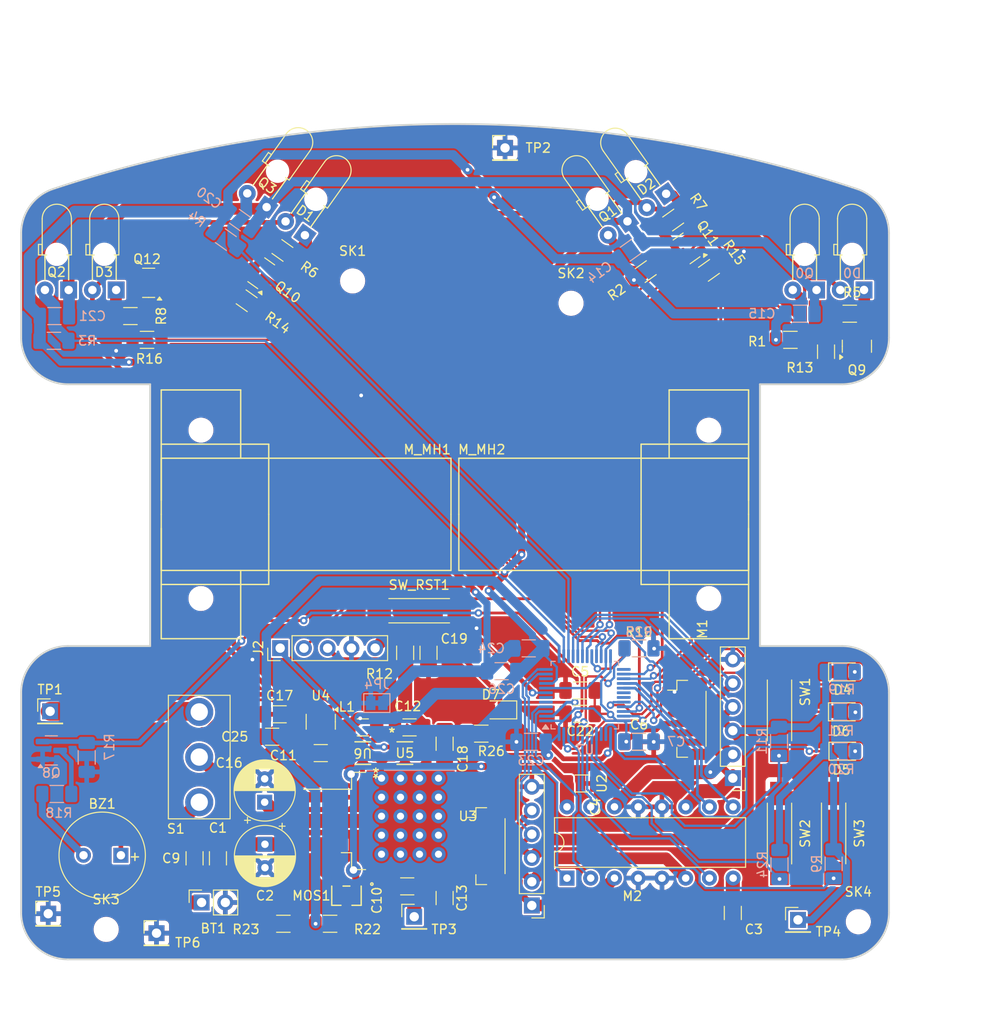
<source format=kicad_pcb>
(kicad_pcb (version 20240108) (generator "pcbnew") (generator_version "8.0")
  (layers (0 "F.Cu" signal) (31 "B.Cu" signal) (34 "B.Paste" user) (35 "F.Paste" user) (36 "B.SilkS" user "B.Silkscreen") (37 "F.SilkS" user "F.Silkscreen") (38 "B.Mask" user) (39 "F.Mask" user) (44 "Edge.Cuts" user))
  (net 0 "")
  (net 1 "Net-(BT1-+)")
  (net 2 "GND")
  (net 3 "Net-(BZ1-+)")
  (net 4 "+5V")
  (net 5 "BATT_NET")
  (net 6 "VCC")
  (net 7 "+5V_NET")
  (net 8 "+3V3")
  (net 9 "AGND")
  (net 10 "+3.3VA")
  (net 11 "RST")
  (net 12 "3V3_BYP")
  (net 13 "Net-(D0-K)")
  (net 14 "Net-(D1-K)")
  (net 15 "Net-(D2-K)")
  (net 16 "Net-(D3-K)")
  (net 17 "LED_RED")
  (net 18 "Net-(D4-A)")
  (net 19 "LED_GREEN")
  (net 20 "Net-(D5-A)")
  (net 21 "Net-(D6-A)")
  (net 22 "LED_BLUE")
  (net 23 "USART1_RX")
  (net 24 "USART1_TX")
  (net 25 "+3V3_NET")
  (net 26 "SWDCLK")
  (net 27 "SWDIO")
  (net 28 "SWO")
  (net 29 "M2_OUT_1")
  (net 30 "M2_OUT_2")
  (net 31 "M2_ENC_A")
  (net 32 "M2_ENC_B")
  (net 33 "M1_OUT_1")
  (net 34 "M1_OUT_2")
  (net 35 "M1_ENC_A")
  (net 36 "M1_ENC_B")
  (net 37 "RECEIV_1")
  (net 38 "RECEIV_2")
  (net 39 "RECEIV_4")
  (net 40 "RECEIV_3")
  (net 41 "Net-(Q8-D)")
  (net 42 "BUZZER")
  (net 43 "EMIT_1")
  (net 44 "Net-(Q9-D)")
  (net 45 "Net-(Q10-D)")
  (net 46 "EMIT_2")
  (net 47 "Net-(Q11-D)")
  (net 48 "EMIT_4")
  (net 49 "Net-(Q12-D)")
  (net 50 "EMIT_3")
  (net 51 "BUTTON_3")
  (net 52 "BUTTON")
  (net 53 "V_METER")
  (net 54 "BUTTON_2")
  (net 55 "Net-(S1-Pad3)")
  (net 56 "M2_BACK")
  (net 57 "M1_FWD")
  (net 58 "M2_SPD")
  (net 59 "M1_SPD")
  (net 60 "M2_FWD")
  (net 61 "M1_BACK")
  (net 64 "Net-(U7-PB2)")
  (net 65 "/BOOT0")
  (net 66 "Net-(U7-VSSA)")
  (net 68 "POWER_LED")
  (net 72 "Net-(D7-A)")
  (footprint "Resistor_SMD:R_1206_3216Metric_Pad1.30x1.75mm_HandSolder" (layer "F.Cu") (at 219.972619 116.344506 35.431)
    (property "Reference" "R2")
    (property "Value" "1.8k")
  )
  (footprint "Capacitor_SMD:C_1206_3216Metric_Pad1.33x1.80mm_HandSolder" (layer "F.Cu") (at 174.2036 179.0832 90)
    (property "Reference" "C1")
    (property "Value" "0.1uF" (hide yes))
  )
  (footprint "Connector_PinHeader_2.54mm:PinHeader_1x01_P2.54mm_Vertical" (layer "F.Cu") (at 236.2624 185.668)
    (property "Reference" "TP4")
    (property "Value" "TP_3V3")
  )
  (footprint "Resistor_SMD:R_1206_3216Metric_Pad1.30x1.75mm_HandSolder" (layer "F.Cu") (at 226.734543 116.209461 35.431)
    (property "Reference" "R15")
    (property "Value" "47k")
  )
  (footprint "custom_foot:SOT-23F_TOS" (layer "F.Cu") (at 187.9536 183.0832 180)
    (property "Reference" "MOS1")
    (property "Value" "SSM3K335R_LF")
  )
  (footprint "MM_Library:Motor Headers" (layer "F.Cu") (at 211.0294 177.1832 90)
    (property "Reference" "M2")
    (property "Value" "M2_Conn_Alt")
  )
  (footprint "MountingHole:MountingHole_2.2mm_M2" (layer "F.Cu") (at 162.2468 186.684)
    (property "Reference" "SK3")
    (property "Value" "M2")
  )
  (footprint "MM_Library:Motor_mouse" (layer "F.Cu") (at 199.1376 142.2992)
    (property "Reference" "M_MH1")
    (property "Value" "M2")
  )
  (footprint "Button_Switch_SMD:SW_SPST_REED_CT05-XXXX-G1" (layer "F.Cu") (at 234.2812 176.4356 90)
    (property "Reference" "SW2")
    (property "Value" "SW")
  )
  (footprint "Resistor_SMD:R_1206_3216Metric_Pad1.30x1.75mm_HandSolder" (layer "F.Cu") (at 164.8376 121.1012)
    (property "Reference" "R8")
    (property "Value" "35")
  )
  (footprint "MM_Library:MM Switch" (layer "F.Cu") (at 167.0736 168.2312 -90)
    (property "Reference" "S1")
    (property "Value" "EG1218")
  )
  (footprint "Resistor_SMD:R_1206_3216Metric_Pad1.30x1.75mm_HandSolder" (layer "F.Cu") (at 241.7996 120.8472 180)
    (property "Reference" "R5")
    (property "Value" "35")
  )
  (footprint "LED_SMD:LED_0805_2012Metric_Pad1.15x1.40mm_HandSolder" (layer "F.Cu") (at 241.3842 163.4176)
    (property "Reference" "D6")
    (property "Value" "LED")
  )
  (footprint "Connector_PinSocket_2.54mm:PinSocket_1x02_P2.54mm_Vertical" (layer "F.Cu") (at 172.4536 183.8082 90)
    (property "Reference" "BT1")
    (property "Value" "Battery_Cell")
  )
  (footprint "Resistor_SMD:R_1206_3216Metric_Pad1.30x1.75mm_HandSolder" (layer "F.Cu") (at 194.2328 157.10985 90)
    (property "Reference" "R12")
    (property "Value" "47K")
  )
  (footprint "Package_TO_SOT_SMD:SOT-23" (layer "F.Cu") (at 242.5616 124.3247 90)
    (property "Reference" "Q9")
    (property "Value" "Q_NMOS_GSD")
  )
  (footprint "MM_Library:Emitter" (layer "F.Cu") (at 218.014135 110.967056 -144.569)
    (property "Reference" "Q1")
    (property "Value" "TEFT4300")
  )
  (footprint "LED_SMD:LED_0805_2012Metric_Pad1.15x1.40mm_HandSolder" (layer "F.Cu") (at 204.3092 163.2144 180)
    (property "Reference" "D7")
    (property "Value" "LED")
  )
  (footprint "Capacitor_SMD:C_1206_3216Metric_Pad1.33x1.80mm_HandSolder" (layer "F.Cu") (at 213.1036 171.0832)
    (property "Reference" "C4")
    (property "Value" "0.1uF")
  )
  (footprint "MM_Library:Emitter" (layer "F.Cu") (at 179.411673 109.447889 144.569)
    (property "Reference" "Q3")
    (property "Value" "TEFT4300")
  )
  (footprint "Resistor_SMD:R_1206_3216Metric_Pad1.30x1.75mm_HandSolder" (layer "F.Cu") (at 166.6156 123.6412)
    (property "Reference" "R16")
    (property "Value" "47k")
  )
  (footprint "LED_SMD:LED_0805_2012Metric_Pad1.15x1.40mm_HandSolder" (layer "F.Cu") (at 241.435 167.634)
    (property "Reference" "D5")
    (property "Value" "LED")
  )
  (footprint "MountingHole:MountingHole_2.2mm_M2" (layer "F.Cu") (at 211.98 119.7296)
    (property "Reference" "SK2")
    (property "Value" "M2")
  )
  (footprint "Connector_PinHeader_2.54mm:PinHeader_1x01_P2.54mm_Vertical" (layer "F.Cu") (at 156.2524 163.3668)
    (property "Reference" "TP1")
    (property "Value" "V_EXT_TP")
  )
  (footprint "Resistor_SMD:R_1206_3216Metric_Pad1.30x1.75mm_HandSolder" (layer "F.Cu") (at 235.4496 123.6412)
    (property "Reference" "R1")
    (property "Value" "1.8k")
  )
  (footprint "Capacitor_SMD:C_1206_3216Metric_Pad1.33x1.80mm_HandSolder" (layer "F.Cu") (at 212.9536 163.6332 180)
    (property "Reference" "C22")
    (property "Value" "0.1uF")
  )
  (footprint "Connector_PinHeader_2.54mm:PinHeader_1x01_P2.54mm_Vertical" (layer "F.Cu") (at 195.2036 185.3332)
    (property "Reference" "TP3")
    (property "Value" "TP_5V")
  )
  (footprint "Capacitor_SMD:C_1206_3216Metric_Pad1.33x1.80mm_HandSolder" (layer "F.Cu") (at 180.8036 163.6832 180)
    (property "Reference" "C17")
    (property "Value" "1uF")
  )
  (footprint "Capacitor_SMD:C_1206_3216Metric_Pad1.33x1.80mm_HandSolder" (layer "F.Cu") (at 229.2878 184.9298 -90)
    (property "Reference" "C3")
    (property "Value" "1uF")
  )
  (footprint "Capacitor_SMD:C_1206_3216Metric_Pad1.33x1.80mm_HandSolder" (layer "F.Cu") (at 198.4536 183.3332 -90)
    (property "Reference" "C13")
    (property "Value" "0.1uF")
  )
  (footprint "Resistor_SMD:R_1206_3216Metric_Pad1.30x1.75mm_HandSolder" (layer "F.Cu") (at 219.2536 156.6332 180)
    (property "Reference" "R10")
    (property "Value" "10K")
  )
  (footprint "Resistor_SMD:R_1206_3216Metric_Pad1.30x1.75mm_HandSolder" (layer "F.Cu") (at 181.2036 186.0832 180)
    (property "Reference" "R23")
    (property "Value" "10K")
  )
  (footprint "Capacitor_SMD:C_1206_3216Metric_Pad1.33x1.80mm_HandSolder" (layer "F.Cu") (at 171.7036 179.0832 -90)
    (property "Reference" "C9")
    (property "Value" "10uF" (hide yes))
  )
  (footprint "Package_TO_SOT_SMD:SOT-23-5" (layer "F.Cu") (at 185.2036 164.4832 -90)
    (property "Reference" "U4")
    (property "Value" "APE8865Y5-33-HF-3")
  )
  (footprint "MM_Library:Emitter" (layer "F.Cu") (at 158.2336 118.3072 180)
    (property "Reference" "Q2")
    (property "Value" "TEFT4300")
  )
  (footprint "Capacitor_SMD:C_1206_3216Metric_Pad1.33x1.80mm_HandSolder" (layer "F.Cu") (at 219.2626 166.6332)
    (property "Reference" "C6")
    (property "Value" "0.1uF")
  )
  (footprint "LED_SMD:LED_0805_2012Metric_Pad1.15x1.40mm_HandSolder" (layer "F.Cu") (at 241.3932 159.1504)
    (property "Reference" "D4")
    (property "Value" "LED")
  )
  (footprint "Connector_PinHeader_2.54mm:PinHeader_1x01_P2.54mm_Vertical" (layer "F.Cu") (at 204.9188 103.118)
    (property "Reference" "TP2")
    (property "Value" "GND_TP")
  )
  (footprint "Capacitor_SMD:C_1206_3216Metric_Pad1.33x1.80mm_HandSolder" (layer "F.Cu") (at 194.7036 165.0832 180)
    (property "Reference" "C12")
    (property "Value" "0.1uF")
  )
  (footprint "Package_TO_SOT_SMD:SOT-23" (layer "F.Cu") (at 166.7911 117.5452 180)
    (property "Reference" "Q12")
    (property "Value" "Q_NMOS_GSD")
  )
  (footprint "Capacitor_THT:CP_Radial_D6.3mm_P2.50mm" (layer "F.Cu") (at 179.2036 173.0832 90)
    (property "Reference" "C16")
    (property "Value" "100uF")
  )
  (footprint "custom_foot:DCK6_TEX" (layer "F.Cu") (at 194.2036 167.8332)
    (property "Reference" "U5")
    (property "Value" "LM66100DCKR")
  )
  (footprint "Capacitor_SMD:C_1206_3216Metric_Pad1.33x1.80mm_HandSolder" (layer "F.Cu") (at 185.2036 167.8332 180)
    (property "Reference" "C11")
    (property "Value" "10uF")
  )
  (footprint "Capacitor_SMD:C_1206_3216Metric_Pad1.33x1.80mm_HandSolder" (layer "F.Cu") (at 194.4536 182.0832 180)
    (property "Reference" "C10")
    (property "Value" "10uF(Tantalum)")
  )
  (footprint "Capacitor_SMD:C_1206_3216Metric_Pad1.33x1.80mm_HandSolder" (layer "F.Cu") (at 180.0036 166.0832 180)
    (property "Reference" "C25")
    (property "Value" "10nF")
  )
  (footprint "MountingHole:MountingHole_2.2mm_M2" (layer "F.Cu") (at 188.612 117.342)
    (property "Reference" "SK1")
    (property "Value" "M2")
  )
  (footprint "Button_Switch_SMD:SW_SPST_REED_CT05-XXXX-G1" (layer "F.Cu") (at 240.0724 176.4224 90)
    (property "Reference" "SW3")
    (property "Value" "SW")
  )
  (footprint "Capacitor_SMD:C_1206_3216Metric_Pad1.33x1.80mm_HandSolder" (layer "F.Cu") (at 212.9536 161.1332 180)
    (property "Reference" "C5")
    (property "Value" "0.1uF")
  )
  (footprint "MountingHole:MountingHole_2.2mm_M2" (layer "F.Cu") (at 242.714 185.8712)
    (property "Reference" "SK4")
    (property "Value" "M2")
  )
  (footprint "Package_DIP:DIP-16_W7.62mm" (layer "F.Cu") (at 211.5436 181.2032 90)
    (property "Reference" "U2")
    (property "Value" "L293D")
  )
  (footprint "Resistor_SMD:R_1206_3216Metric_Pad1.30x1.75mm_HandSolder" (layer "F.Cu") (at 202.3788 165.7544 180)
    (property "Reference" "R26")
    (property "Value" "750")
  )
  (footprint "MM_Library:Emitter" (layer "F.Cu") (at 222.153391 108.022067 -144.569)
    (property "Reference" "D2")
    (property "Value" "SFH4545")
  )
  (footprint "Resistor_SMD:R_1206_3216Metric_Pad1.30x1.75mm_HandSolder" (layer "F.Cu") (at 222.906058 110.828428 -144.569)
    (property "Reference" "R7")
    (property "Value" "35")
  )
  (footprint "Resistor_SMD:R_1206_3216Metric_Pad1.30x1.75mm_HandSolder" (layer "F.Cu") (at 239.2596 124.9112 -90)
    (property "Reference" "R13")
    (property "Value" "47k")
  )
  (footprint "Capacitor_THT:CP_Radial_D6.3mm_P2.50mm" (layer "F.Cu") (at 179.2326 177.5832 -90)
    (property "Reference" "C2")
    (property "Value" "100uF" (hide yes))
  )
  (footprint "Resistor_SMD:R_1206_3216Metric_Pad1.30x1.75mm_HandSolder" (layer "F.Cu") (at 181.103335 114.080471 144.569)
    (property "Reference" "R6")
    (property "Value" "35")
  )
  (footprint "Button_Switch_SMD:SW_SPST_REED_CT05-XXXX-G1" (layer "F.Cu") (at 234.2812 163.2652 90)
    (property "Reference" "SW1")
    (property "Value" "SW")
  )
  (footprint "MM_Library:Emitter" (layer "F.Cu") (at 243.3236 118.3072 180)
    (property "Reference" "D0")
    (property "Value" "SFH4545")
  )
  (footprint "MM_Library:Emitter" (layer "F.Cu") (at 183.507835 112.449353 144.569)
    (property "Reference" "D1")
    (property "Value" "SFH4545")
  )
  (footprint "Package_TO_SOT_SMD:SOT-23" (layer "F.Cu") (at 178.834956 116.519028 144.569)
    (property "Reference" "Q10")
    (property "Value" "Q_NMOS_GSD")
  )
  (footprint "Buzzer_Beeper:MagneticBuzzer_PUI_AT-0927-TT-6-R" (layer "F.Cu") (at 163.8216 178.7592 180)
    (property "Reference" "BZ1")
    (property "Value" "Buzzer")
  )
  (footprint "Inductor_SMD:L_1206_3216Metric_Pad1.42x1.75mm_HandSolder" (layer "F.Cu") (at 189.7036 165.0832 180)
    (property "Reference" "L1")
    (property "Value" "10uH")
  )
  (footprint "Resistor_SMD:R_1206_3216Metric_Pad1.30x1.75mm_HandSolder" (layer "F.Cu") (at 177.27485 119.461504 -35.431)
    (property "Reference" "R14")
    (property "Value" "47k")
  )
  (footprint "Package_TO_SOT_SMD:SOT-23" (layer "F.Cu") (at 224.342412 113.858952 -144.569)
    (property "Reference" "Q11")
    (property "Value" "Q_NMOS_GSD")
  )
  (footprint "MM_Library:Motor Headers" (layer "F.Cu") (at 232.5326 163.56485 90)
    (property "Reference" "M1")
    (property "Value" "M1_Conn_Alt")
  )
  (footprint "Capacitor_SMD:C_1206_3216Metric_Pad1.33x1.80mm_HandSolder" (layer "F.Cu") (at 198.4536 166.8332 -90)
    (property "Reference" "C18")
    (property "Value" "1uF")
  )
  (footprint "Connector_PinHeader_2.54mm:PinHeader_1x05_P2.54mm_Vertical" (layer "F.Cu") (at 180.8628 156.60985 90)
    (property "Reference" "J2")
    (property "Value" "SWD Header")
  )
  (footprint "MM_Library:Motor_mouse" (layer "F.Cu") (at 199.9751 142.2992 180)
    (property "Reference" "M_MH2")
    (property "Value" "M2")
  )
  (footprint "Connector_PinHeader_2.54mm:PinHeader_1x01_P2.54mm_Vertical" (layer "F.Cu") (at 156.0492 185.0076)
    (property "Reference" "TP5")
    (property "Value" "GND_TP")
  )
  (footprint "custom_foot:DCK6_TEX" (layer "F.Cu") (at 189.7036 167.8332 180)
    (property "Reference" "U6")
    (property "Value" "LM66100DCKR")
  )
  (footprint "Button_Switch_SMD:SW_SPST_REED_CT05-XXXX-G1" (layer "F.Cu") (at 195.7328 152.60985)
    (property "Reference" "SW_RST1")
    (property "Value" "SW")
  )
  (footprint "MM_Library:Emitter" (layer "F.Cu") (at 238.2436 118.3072 180)
    (property "Reference" "Q0")
    (property "Value" "TEFT4300")
  )
  (footprint "Resistor_SMD:R_1206_3216Metric_Pad1.30x1.75mm_HandSolder" (layer "F.Cu") (at 186.2036 186.0832 180)
    (property "Reference" "R22")
    (property "Value" "20K")
  )
  (footprint "Capacitor_SMD:C_1206_3216Metric_Pad1.33x1.80mm_HandSolder" (layer "F.Cu") (at 196.7328 157.10985 -90)
    (property "Reference" "C19")
    (property "Value" "0.1uF")
  )
  (footprint "MM_Library:5V Voltage Reg" (layer "F.Cu") (at 191.4756 183.1212)
    (property "Reference" "U3")
    (property "Value" "LM1085-5.0")
  )
  (footprint "MM_Library:Emitter" (layer "F.Cu") (at 163.3136 118.3072 180)
    (property "Reference" "D3")
    (property "Value" "SFH4545")
  )
  (footprint "Connector_PinHeader_2.54mm:PinHeader_1x01_P2.54mm_Vertical" (layer "F.Cu") (at 167.6316 187.0904)
    (property "Reference" "TP6")
    (property "Value" "GND_TP")
  )
  (footprint "Capacitor_SMD:C_1206_3216Metric_Pad1.33x1.80mm_HandSolder" (layer "B.Cu") (at 156.7096 121.1012 180)
    (property "Reference" "C21")
    (property "Value" "1uF")
  )
  (footprint "Capacitor_SMD:C_1206_3216Metric_Pad1.33x1.80mm_HandSolder" (layer "B.Cu") (at 207.4536 156.6332 180)
    (property "Reference" "C24")
    (property "Value" "0.01uF")
  )
  (footprint "Resistor_SMD:R_1206_3216Metric_Pad1.30x1.75mm_HandSolder" (layer "B.Cu") (at 240.7836 159.1504 180)
    (property "Reference" "R19")
    (property "Value" "750")
  )
  (footprint "Resistor_SMD:R_1206_3216Metric_Pad1.30x1.75mm_HandSolder" (layer "B.Cu") (at 240.8254 167.634 180)
    (property "Reference" "R20")
    (property "Value" "75")
  )
  (footprint "Capacitor_SMD:C_1206_3216Metric_Pad1.33x1.80mm_HandSolder" (layer "B.Cu") (at 218.352876 114.067915 -144.569)
    (property "Reference" "C14")
    (property "Value" "1uF")
  )
  (footprint "Jumper:SolderJumper-2_P1.3mm_Bridged_Pad1.0x1.5mm" (layer "B.Cu") (at 191.2036 162.4832)
    (property "Reference" "JP4")
    (property "Value" "Jumper_2_Open")
  )
  (footprint "Resistor_SMD:R_1206_3216Metric_Pad1.30x1.75mm_HandSolder" (layer "B.Cu") (at 175.0484 112.9224 -35.431)
    (property "Reference" "R4")
    (property "Value" "1.8k")
  )
  (footprint "Resistor_SMD:R_1206_3216Metric_Pad1.30x1.75mm_HandSolder" (layer "B.Cu") (at 240.0724 179.6736 -90)
    (property "Reference" "R9")
    (property "Value" "47K")
  )
  (footprint "Package_QFP:LQFP-48_7x7mm_P0.5mm" (layer "B.Cu") (at 213.4536 161.6332)
    (property "Reference" "U7")
    (property "Value" "STM32F103C8Tx")
  )
  (footprint "Resistor_SMD:R_1206_3216Metric_Pad1.30x1.75mm_HandSolder" (layer "B.Cu") (at 234.2812 179.7504 -90)
    (property "Reference" "R24")
    (property "Value" "47K")
  )
  (footprint "Resistor_SMD:R_1206_3216Metric_Pad1.30x1.75mm_HandSolder" (layer "B.Cu") (at 219.2536 156.6332 180)
    (property "Reference" "R25")
    (property "Value" "10K")
  )
  (footprint "Resistor_SMD:R_1206_3216Metric_Pad1.30x1.75mm_HandSolder" (layer "B.Cu") (at 234.2304 166.5672 -90)
    (property "Reference" "R11")
    (property "Value" "47K")
  )
  (footprint "Resistor_SMD:R_1206_3216Metric_Pad1.30x1.75mm_HandSolder" (layer "B.Cu") (at 240.7746 163.4176 180)
    (property "Reference" "R21")
    (property "Value" "75")
  )
  (footprint "Capacitor_SMD:C_1206_3216Metric_Pad1.33x1.80mm_HandSolder" (layer "B.Cu") (at 207.7036 166.6332 180)
    (property "Reference" "C23")
    (property "Value" "10uF")
  )
  (footprint "Resistor_SMD:R_1206_3216Metric_Pad1.30x1.75mm_HandSolder" (layer "B.Cu") (at 156.9636 172.206 180)
    (property "Reference" "R18")
    (property "Value" "0")
  )
  (footprint "Capacitor_SMD:C_1206_3216Metric_Pad1.33x1.80mm_HandSolder" (layer "B.Cu") (at 219.2328 166.60985)
    (property "Reference" "C7")
    (property "Value" "0.1uF")
  )
  (footprint "Capacitor_SMD:C_1206_3216Metric_Pad1.33x1.80mm_HandSolder" (layer "B.Cu") (at 176.550152 110.840984 144.569)
    (property "Reference" "C20")
    (property "Value" "1uF")
  )
  (footprint "Resistor_SMD:R_1206_3216Metric_Pad1.30x1.75mm_HandSolder" (layer "B.Cu") (at 160.164 168.2944 90)
    (property "Reference" "R17")
    (property "Value" "47k")
  )
  (footprint "Resistor_SMD:R_1206_3216Metric_Pad1.30x1.75mm_HandSolder" (layer "B.Cu") (at 156.6588 123.7428)
    (property "Reference" "R3")
    (property "Value" "1.8k")
  )
  (footprint "Capacitor_SMD:C_1206_3216Metric_Pad1.33x1.80mm_HandSolder" (layer "B.Cu") (at 204.5528 159.07485 180)
    (property "Reference" "C26")
    (property "Value" "1uF")
  )
  (footprint "Capacitor_SMD:C_1206_3216Metric_Pad1.33x1.80mm_HandSolder" (layer "B.Cu") (at 236.4656 120.8472 180)
    (property "Reference" "C15")
    (property "Value" "1uF")
  )
  (footprint "Package_TO_SOT_SMD:SOT-23" (layer "B.Cu") (at 156.3817 167.5476)
    (property "Reference" "Q8")
    (property "Value" "Q_NMOS_SGD")
  )
  (gr_line (start 153.1536 123.3872) (end 153.1536 112.2516) (stroke (width 0.2)) (layer "Edge.Cuts"))
  (gr_line (start 158.1536 156.3872) (end 166.9536 156.3872) (stroke (width 0.2)) (layer "Edge.Cuts"))
  (gr_line (start 153.1536 161.3872) (end 153.1536 184.8872) (stroke (width 0.2)) (layer "Edge.Cuts"))
  (gr_arc (start 153.1536 161.3872) (mid 154.618066 157.851666) (end 158.1536 156.3872) (stroke (width 0.2)) (layer "Edge.Cuts"))
  (gr_arc (start 156.580083 107.505649) (mid 199.57235 100.5644) (end 242.564617 107.505649) (stroke (width 0.2)) (layer "Edge.Cuts"))
  (gr_arc (start 242.564617 107.505649) (mid 245.044962 109.324791) (end 245.9911 112.2516) (stroke (width 0.2)) (layer "Edge.Cuts"))
  (gr_line (start 158.1536 189.8872) (end 240.9911 189.8872) (stroke (width 0.2)) (layer "Edge.Cuts"))
  (gr_line (start 232.1911 156.3872) (end 232.1911 128.3872) (stroke (width 0.2)) (layer "Edge.Cuts"))
  (gr_arc (start 240.9911 156.3872) (mid 244.526634 157.851666) (end 245.9911 161.3872) (stroke (width 0.2)) (layer "Edge.Cuts"))
  (gr_line (start 245.9911 184.8872) (end 245.9911 161.3872) (stroke (width 0.2)) (layer "Edge.Cuts"))
  (gr_line (start 240.9911 156.3872) (end 232.1911 156.3872) (stroke (width 0.2)) (layer "Edge.Cuts"))
  (gr_line (start 245.9911 123.3872) (end 245.9911 112.2516) (stroke (width 0.2)) (layer "Edge.Cuts"))
  (gr_arc (start 245.9911 184.8872) (mid 244.526634 188.422734) (end 240.9911 189.8872) (stroke (width 0.2)) (layer "Edge.Cuts"))
  (gr_arc (start 158.1536 189.8872) (mid 154.618066 188.422734) (end 153.1536 184.8872) (stroke (width 0.2)) (layer "Edge.Cuts"))
  (gr_line (start 166.9536 128.3872) (end 158.1536 128.3872) (stroke (width 0.2)) (layer "Edge.Cuts"))
  (gr_arc (start 153.1536 112.2516) (mid 154.099739 109.324791) (end 156.580083 107.505649) (stroke (width 0.2)) (layer "Edge.Cuts"))
  (gr_line (start 232.1911 128.3872) (end 240.9911 128.3872) (stroke (width 0.2)) (layer "Edge.Cuts"))
  (gr_arc (start 245.9911 123.3872) (mid 244.526634 126.922734) (end 240.9911 128.3872) (stroke (width 0.2)) (layer "Edge.Cuts"))
  (gr_line (start 166.9536 156.3872) (end 166.9536 128.3872) (stroke (width 0.2)) (layer "Edge.Cuts"))
  (gr_arc (start 158.1536 128.3872) (mid 154.618066 126.922734) (end 153.1536 123.3872) (stroke (width 0.2)) (layer "Edge.Cuts"))
  (segment (start 172.2036 173.0832) (end 169.2036 176.0832) (width 1.5) (layer "F.Cu") (net 1))
  (segment (start 172.4286 183.8332) (end 172.4536 183.8082) (width 1.5) (layer "F.Cu") (net 1))
  (segment (start 169.2036 182.9082) (end 170.1036 183.8082) (width 1.5) (layer "F.Cu") (net 1))
  (segment (start 169.2036 176.0832) (end 169.2036 182.9082) (width 1.5) (layer "F.Cu") (net 1))
  (segment (start 170.1036 183.8082) (end 172.4536 183.8082) (width 1.5) (layer "F.Cu") (net 1))
  (segment (start 230.4712 114.192099) (end 230.4712 113.3796) (width 0.5) (layer "F.Cu") (net 2))
  (segment (start 229.632989 112.541389) (end 224.555564 112.541389) (width 0.5) (layer "F.Cu") (net 2))
  (segment (start 230.4712 113.3796) (end 229.632989 112.541389) (width 0.5) (layer "F.Cu") (net 2))
  (via (at 177.8932 157.8296) (size 0.8) (drill 0.4) (layers "F.Cu" "B.Cu") (net 2))
  (via (at 220.87 156.6612) (size 0.8) (drill 0.4) (layers "F.Cu" "B.Cu") (net 2))
  (via (at 206.1411 166.6332) (size 0.8) (drill 0.4) (layers "F.Cu" "B.Cu") (net 2))
  (via (at 163.3136 124.8096) (size 0.8) (drill 0.4) (layers "F.Cu" "B.Cu") (net 2))
  (via (at 230.4712 114.192099) (size 0.8) (drill 0.4) (layers "F.Cu" "B.Cu") (net 2))
  (via (at 201.8708 154.4768) (size 0.8) (drill 0.4) (layers "F.Cu" "B.Cu") (net 2))
  (via (at 223.0544 161.284) (size 0.8) (drill 0.4) (layers "F.Cu" "B.Cu") (net 2))
  (via (at 189.5264 129.5848) (size 0.8) (drill 0.4) (layers "F.Cu" "B.Cu") (net 2))
  (via (at 220.8251 166.6332) (size 0.8) (drill 0.4) (layers "F.Cu" "B.Cu") (net 2))
  (segment (start 155.4136 174.3512) (end 159.8216 178.7592) (width 0.75) (layer "B.Cu") (net 3))
  (segment (start 155.4136 172.206) (end 155.4136 174.3512) (width 0.75) (layer "B.Cu") (net 3))
  (segment (start 209.7175 169.2596) (end 202.3788 169.2596) (width 0.75) (layer "F.Cu") (net 4))
  (segment (start 160.7736 118.3072) (end 167.997828 111.082972) (width 0.5) (layer "F.Cu") (net 4))
  (segment (start 182.306402 110.108664) (end 215.784406 110.108664) (width 0.5) (layer "F.Cu") (net 4))
  (segment (start 219.549202 108.96) (end 220.083763 109.494561) (width 0.5) (layer "F.Cu") (net 4))
  (segment (start 216.93307 108.96) (end 219.549202 108.96) (width 0.5) (layer "F.Cu") (net 4))
  (segment (start 184.2536 163.7332) (end 184.2536 163.3457) (width 0.5) (layer "F.Cu") (net 4))
  (segment (start 220.083763 109.494561) (end 220.246352 109.65715) (width 0.5) (layer "F.Cu") (net 4))
  (segment (start 239.5036 117.0272) (end 240.7836 118.3072) (width 0.5) (layer "F.Cu") (net 4))
  (segment (start 186.1536 163.7332) (end 186.1536 163.3457) (width 0.5) (layer "F.Cu") (net 4))
  (segment (start 220.246352 109.65715) (end 222.299739 109.65715) (width 0.5) (layer "F.Cu") (net 4))
  (segment (start 211.5378 171.2423) (end 211.5378 173.5774) (width 1.5) (layer "F.Cu") (net 4))
  (segment (start 185.2036 164.6832) (end 186.1536 163.7332) (width 0.25) (layer "F.Cu") (net 4))
  (segment (start 215.784406 110.108664) (end 216.93307 108.96) (width 0.5) (layer "F.Cu") (net 4))
  (segment (start 172.982322 165.3112) (end 172.490878 165.3112) (width 0.5) (layer "F.Cu") (net 4))
  (segment (start 188.903601 181.883199) (end 188.9536 181.8332) (width 0.75) (layer "F.Cu") (net 4))
  (segment (start 224.190358 111.547769) (end 231.902849 111.547769) (width 0.5) (layer "F.Cu") (net 4))
  (segment (start 186.0036 169.2832) (end 185.2036 168.4832) (width 0.5) (layer "F.Cu") (net 4))
  (segment (start 237.38228 117.0272) (end 239.5036 117.0272) (width 0.5) (layer "F.Cu") (net 4))
  (segment (start 181.08905 162.40615) (end 180.2341 161.5512) (width 0.5) (layer "F.Cu") (net 4))
  (segment (start 182.3661 163.6832) (end 183.9161 163.6832) (width 0.5) (layer "F.Cu") (net 4))
  (segment (start 186.0036 169.2832) (end 188.4536 169.2832) (width 0.5) (layer "F.Cu") (net 4))
  (segment (start 231.902849 111.547769) (end 237.38228 117.0272) (width 0.5) (layer "F.Cu") (net 4))
  (segment (start 188.9536 181.8332) (end 188.9536 180.5832) (width 0.75) (layer "F.Cu") (net 4))
  (segment (start 185.2036 164.6832) (end 184.2536 163.7332) (width 0.25) (layer "F.Cu") (net 4))
  (segment (start 180.2341 161.5512) (end 176.742322 161.5512) (width 0.5) (layer "F.Cu") (net 4))
  (segment (start 167.997828 111.082972) (end 181.332094 111.082972) (width 0.5) (layer "F.Cu") (net 4))
  (segment (start 181.08905 162.40615) (end 170.7954 152.1125) (width 0.5) (layer "F.Cu") (net 4))
  (segment (start 164.3804 127.4512) (end 164.3804 127.4004) (width 0.5) (layer "F.Cu") (net 4))
  (segment (start 176.742322 161.5512) (end 172.982322 165.3112) (width 0.5) (layer "F.Cu") (net 4))
  (segment (start 185.2036 168.4832) (end 185.2036 164.6832) (width 0.5) (layer "F.Cu") (net 4))
  (segment (start 222.299739 109.65715) (end 224.190358 111.547769) (width 0.5) (layer "F.Cu") (net 4))
  (segment (start 183.9161 163.6832) (end 184.2536 163.3457) (width 0.5) (layer "F.Cu") (net 4))
  (segment (start 170.7954 152.1125) (end 170.7954 131.0722) (width 0.5) (layer "F.Cu") (net 4))
  (segment (start 188.9536 180.5832) (end 188.7036 180.3332) (width 0.75) (layer "F.Cu") (net 4))
  (segment (start 188.903601 181.8894) (end 188.903601 181.883199) (width 0.75) (layer "F.Cu") (net 4))
  (segment (start 182.3661 163.6832) (end 181.08905 162.40615) (width 0.5) (layer "F.Cu") (net 4))
  (segment (start 188.4536 169.2832) (end 188.4536 170.0832) (width 0.75) (layer "F.Cu") (net 4))
  (segment (start 160.7736 123.7936) (end 160.7736 118.3072) (width 0.5) (layer "F.Cu") (net 4))
  (segment (start 172.490878 165.3112) (end 163.8216 173.980478) (width 0.5) (layer "F.Cu") (net 4))
  (segment (start 211.5411 171.0832) (end 209.7175 169.2596) (width 0.75) (layer "F.Cu") (net 4))
  (segment (start 211.5378 173.5774) (end 211.5436 173.5832) (width 1.5) (layer "F.Cu") (net 4))
  (segment (start 170.7954 131.0722) (end 167.1744 127.4512) (width 0.5) (layer "F.Cu") (net 4))
  (segment (start 181.438207 110.976859) (end 182.306402 110.108664) (width 0.5) (layer "F.Cu") (net 4))
  (segment (start 163.8216 173.980478) (end 163.8216 178.7592) (width 0.5) (layer "F.Cu") (net 4))
  (segment (start 167.1744 127.4512) (end 164.3804 127.4512) (width 0.5) (layer "F.Cu") (net 4))
  (segment (start 164.3804 127.4004) (end 160.7736 123.7936) (width 0.5) (layer "F.Cu") (net 4))
  (segment (start 181.332094 111.082972) (end 181.438207 110.976859) (width 0.5) (layer "F.Cu") (net 4))
  (segment (start 188.4536 168.596549) (end 188.4536 169.2832) (width 0.75) (layer "F.Cu") (net 4))
  (via (at 188.7036 180.3332) (size 1.6) (drill 0.8) (layers "F.Cu" "B.Cu") (net 4))
  (via (at 188.4536 170.0832) (size 1.6) (drill 0.8) (layers "F.Cu" "B.Cu") (net 4))
  (via (at 202.3788 169.2596) (size 0.8) (drill 0.4) (layers "F.Cu" "B.Cu") (net 4))
  (segment (start 188.4536 170.0832) (end 189.2846 169.2522) (width 0.75) (layer "B.Cu") (net 4))
  (segment (start 202.3714 169.2522) (end 202.3788 169.2596) (width 0.75) (layer "B.Cu") (net 4))
  (segment (start 189.2846 169.2522) (end 202.3714 169.2522) (width 0.75) (layer "B.Cu") (net 4))
  (segment (start 188.7036 170.3332) (end 188.4536 170.0832) (width 0.75) (layer "B.Cu") (net 4))
  (segment (start 188.7036 180.3332) (end 188.7036 170.3332) (width 0.75) (layer "B.Cu") (net 4))
  (segment (start 185.6746 177.6312) (end 185.6746 180.560401) (width 1.25) (layer "F.Cu") (net 5))
  (segment (start 174.2661 177.5832) (end 174.2036 177.5207) (width 1.5) (layer "F.Cu") (net 5))
  (segment (start 174.2036 177.5207) (end 171.7036 177.5207) (width 1.5) (layer "F.Cu") (net 5))
  (segment (start 185.6746 177.6632) (end 185.6746 177.6122) (width 0.75) (layer "F.Cu") (net 5))
  (segment (start 185.6746 180.560401) (end 187.003599 181.8894) (width 1.25) (layer "F.Cu") (net 5))
  (segment (start 185.7036 177.5832) (end 183.4536 177.5832) (width 1.5) (layer "F.Cu") (net 5))
  (segment (start 172.2036 168.2572) (end 174.7036 170.7572) (width 1.25) (layer "F.Cu") (net 5))
  (segment (start 185.6746 177.6122) (end 185.7036 177.5832) (width 1.25) (layer "F.Cu") (net 5))
  (segment (start 179.2326 177.5832) (end 174.2661 177.5832) (width 1.5) (layer "F.Cu") (net 5))
  (segment (start 183.4536 177.5832) (end 179.2326 177.5832) (width 1.5) (layer "F.Cu") (net 5))
  (segment (start 176.7036 177.5832) (end 179.2326 177.5832) (width 1.25) (layer "F.Cu") (net 5))
  (segment (start 174.7036 170.7572) (end 174.7036 175.5832) (width 1.25) (layer "F.Cu") (net 5))
  (segment (start 174.7036 175.5832) (end 176.7036 177.5832) (width 1.25) (layer "F.Cu") (net 5))
  (segment (start 185.6746 177.6312) (end 185.6746 177.6122) (width 1.25) (layer "F.Cu") (net 5))
  (segment (start 229.2878 181.239) (end 229.3236 181.2032) (width 1.5) (layer "F.Cu") (net 6))
  (segment (start 187.9536 185.8832) (end 187.7536 186.0832) (width 1) (layer "F.Cu") (net 6))
  (segment (start 189.2536 187.5832) (end 225.529412 187.5832) (width 1.5) (layer "F.Cu") (net 6))
  (segment (start 229.2878 183.824812) (end 229.2878 183.3673) (width 1.5) (layer "F.Cu") (net 6))
  (segment (start 187.7536 186.0832) (end 189.2536 187.5832) (width 1.5) (layer "F.Cu") (net 6))
  (segment (start 225.529412 187.5832) (end 229.2878 183.824812) (width 1.5) (layer "F.Cu") (net 6))
  (segment (start 229.2878 183.3673) (end 229.2878 181.239) (width 1.5) (layer "F.Cu") (net 6))
  (segment (start 187.9536 184.277) (end 187.9536 185.8832) (width 1) (layer "F.Cu") (net 6))
  (segment (start 198.4536 181.7707) (end 198.4536 181.8332) (width 1.5) (layer "F.Cu") (net 7))
  (segment (start 196.0161 178.8957) (end 195.7676 178.6472) (width 1.5) (layer "F.Cu") (net 7))
  (segment (start 195.2036 185.3332) (end 195.2036 182.8957) (width 1.5) (layer "F.Cu") (net 7))
  (segment (start 185.6746 175.0912) (end 191.1956 175.0912) (width 1.5) (layer "F.Cu") (net 7))
  (segment (start 181.2116 175.0912) (end 185.6746 175.0912) (width 1.5) (layer "F.Cu") (net 7))
  (segment (start 191.7036 169.047199) (end 191.7036 170.5192) (width 0.5) (layer "F.Cu") (net 7))
  (segment (start 191.7356 169.015199) (end 191.2036 168.483199) (width 0.5) (layer "F.Cu") (net 7))
  (segment (start 191.7356 169.015199) (end 192.2676 168.483199) (width 0.5) (layer "F.Cu") (net 7))
  (segment (start 196.0161 182.0832) (end 196.0161 178.8957) (width 1.5) (layer "F.Cu") (net 7))
  (segment (start 195.2036 182.8957) (end 196.0161 182.0832) (width 1.5) (layer "F.Cu") (net 7))
  (segment (start 190.1796 175.0912) (end 191.7036 176.6152) (width 1.5) (layer "F.Cu") (net 7))
  (segment (start 192.2676 168.483199) (end 193.06695 168.483199) (width 0.5) (layer "F.Cu") (net 7))
  (segment (start 191.1956 175.0912) (end 191.7036 174.5832) (width 1.5) (layer "F.Cu") (net 7))
  (segment (start 198.4536 181.8332) (end 197.7996 181.1792) (width 1.5) (layer "F.Cu") (net 7))
  (segment (start 185.6746 175.0912) (end 190.1796 175.0912) (width 1.5) (layer "F.Cu") (net 7))
  (segment (start 197.7996 181.1792) (end 197.7996 178.6472) (width 1.5) (layer "F.Cu") (net 7))
  (segment (start 195.2661 179.1487) (end 195.7676 178.6472) (width 1.5) (layer "F.Cu") (net 7))
  (segment (start 190.84025 168.483199) (end 191.2036 168.483199) (width 0.5) (layer "F.Cu") (net 7))
  (segment (start 179.2036 173.0832) (end 181.2116 175.0912) (width 1.5) (layer "F.Cu") (net 7))
  (segment (start 191.7356 169.015199) (end 191.7036 169.047199) (width 0.5) (layer "F.Cu") (net 7))
  (segment (start 203.2672 168.1928) (end 200.8288 165.7544) (width 0.75) (layer "F.Cu") (net 8))
  (segment (start 191.1911 165.0832) (end 192.761101 166.653201) (width 0.3) (layer "F.Cu") (net 8))
  (segment (start 200.8288 165.7544) (end 198.9373 165.7544) (width 0.75) (layer "F.Cu") (net 8))
  (segment (start 196.2661 166.257351) (end 195.34025 167.183201) (width 0.3) (layer "F.Cu") (net 8))
  (segment (start 214.5161 163.6332) (end 216.128601 163.6332) (width 0.25) (layer "F.Cu") (net 8))
  (segment (start 194.81025 166.653201) (end 195.34025 167.183201) (width 0.3) (layer "F.Cu") (net 8))
  (segment (start 198.9373 165.7544) (end 198.4536 165.2707) (width 0.75) (layer "F.Cu") (net 8))
  (segment (start 223.0876 164.66485) (end 221.78895 164.66485) (width 0.5) (layer "F.Cu") (net 8))
  (segment (start 223.0876 164.66485) (end 228.5202 164.66485) (width 0.75) (layer "F.Cu") (net 8))
  (segment (start 196.541099 167.183201) (end 198.4536 165.2707) (width 0.3) (layer "F.Cu") (net 8))
  (segment (start 209.7586 177.0748) (end 228.031103 177.0748) (width 1.25) (layer "F.Cu") (net 8))
  (segment (start 230.8918 167.03645) (end 229.2868 165.43145) (width 1.25) (layer "F.Cu") (net 8))
  (segment (start 195.34025 167.183201) (end 196.541099 167.183201) (width 0.3) (layer "F.Cu") (net 8))
  (segment (start 230.8918 174.214103) (end 230.8918 167.03645) (width 1.25) (layer "F.Cu") (net 8))
  (segment (start 216.128601 163.6332) (end 216.2036 163.708199) (width 0.25) (layer "F.Cu") (net 8))
  (segment (start 186.7661 167.8332) (end 188.3611 166.2382) (width 0.3) (layer "F.Cu") (net 8))
  (segment (start 209.44 168.1928) (end 203.2672 168.1928) (width 0.75) (layer "F.Cu") (net 8))
  (segment (start 186.1536 165.6207) (end 186.7711 166.2382) (width 0.3) (layer "F.Cu") (net 8))
  (segment (start 201.5844 178.2832) (end 207.017 178.2832) (width 0.75) (layer "F.Cu") (net 8))
  (segment (start 190.0361 166.2382) (end 191.1911 165.0832) (width 0.3) (layer "F.Cu") (net 8))
  (segment (start 219.14775 165.3532) (end 217.8911 166.60985) (width 0.5) (layer "F.Cu") (net 8))
  (segment (start 209.567 168.0658) (end 209.44 168.1928) (width 0.75) (layer "F.Cu") (net 8))
  (segment (start 221.1006 165.3532) (end 219.14775 165.3532) (width 0.5) (layer "F.Cu") (net 8))
  (segment (start 194.2328 163.0499) (end 196.2661 165.0832) (width 1.5) (layer "F.Cu") (net 8))
  (segment (start 221.78895 164.66485) (end 221.1006 165.3532) (width 0.5) (layer "F.Cu") (net 8))
  (segment (start 194.2328 158.65985) (end 194.2328 163.0499) (width 1.5) (layer "F.Cu") (net 8))
  (segment (start 207.017 178.2832) (end 207.7836 179.0498) (width 0.75) (layer "F.Cu") (net 8))
  (segment (start 207.7836 179.0498) (end 209.7586 177.0748) (width 1.25) (layer "F.Cu") (net 8))
  (segment (start 214.5161 161.1332) (end 214.5161 163.6332) (width 0.25) (layer "F.Cu") (net 8))
  (segment (start 228.031103 177.0748) (end 230.8918 174.214103) (width 1.25) (layer "F.Cu") (net 8))
  (segment (start 228.5202 164.66485) (end 229.2868 165.43145) (width 0.75) (layer "F.Cu") (net 8))
  (segment (start 192.761101 166.653201) (end 194.81025 166.653201) (width 0.3) (layer "F.Cu") (net 8))
  (segment (start 196.2661 165.0832) (end 196.2661 166.257351) (width 0.3) (layer "F.Cu") (net 8))
  (segment (start 186.7711 166.2382) (end 188.3611 166.2382) (width 0.3) (layer "F.Cu") (net 8))
  (segment (start 188.3611 166.2382) (end 190.0361 166.2382) (width 0.3) (layer "F.Cu") (net 8))
  (via (at 216.2036 163.708199) (size 0.8) (drill 0.4) (layers "F.Cu" "B.Cu") (net 8))
  (via (at 209.567 168.0658) (size 0.8) (drill 0.4) (layers "F.Cu" "B.Cu") (net 8))
  (via (at 217.8911 166.60985) (size 0.8) (drill 0.4) (layers "F.Cu" "B.Cu") (net 8))
  (segment (start 240.0724 178.1236) (end 240.0724 168.431) (width 0.75) (layer "B.Cu") (net 8))
  (segment (start 217.8911 164.6582) (end 217.6161 164.3832) (width 0.25) (layer "B.Cu") (net 8))
  (segment (start 216.2036 163.6332) (end 216.2036 163.708199) (width 0.25) (layer "B.Cu") (net 8))
  (segment (start 234.2812 178.2004) (end 234.2812 172.6282) (width 0.75) (layer "B.Cu") (net 8))
  (segment (start 209.8661 166.6332) (end 210.7036 165.7957) (width 0.25) (layer "B.Cu") (net 8))
  (segment (start 217.6161 164.3832) (end 215.7036 164.3832) (width 0.25) (layer "B.Cu") (net 8))
  (segment (start 239.2246 163.4176) (end 239.2246 167.5832) (width 0.75) (layer "B.Cu") (net 8))
  (segment (start 241.4524 181.943258) (end 237.727658 185.668) (width 0.75) (layer "B.Cu") (net 8))
  (segment (start 209.567 168.0658) (end 209.6432 168.142) (width 0.75) (layer "B.Cu") (net 8))
  (segment (start 217.8911 166.60985) (end 217.8911 164.6582) (width 0.25) (layer "B.Cu") (net 8))
  (segment (start 214.3824 163.062) (end 212.4248 163.062) (width 0.25) (layer "B.Cu") (net 8))
  (segment (start 234.2304 165.0172) (end 237.625 165.0172) (width 0.75) (layer "B.Cu") (net 8))
  (segment (start 215.7036 164.3832) (end 214.3824 163.062) (width 0.25) (layer "B.Cu") (net 8))
  (segment (start 216.878601 164.3832) (end 216.2036 163.708199) (width 0.25) (layer "B.Cu") (net 8))
  (segment (start 211.5286 163.9582) (end 210.7036 164.7832) (width 0.25) (layer "B.Cu") (net 8))
  (segment (start 209.0161 166.6332) (end 209.8661 166.6332) (width 0.25) (layer "B.Cu") (net 8))
  (segment (start 217.8911 166.6332) (end 217.8911 166.60985) (width 0.25) (layer "B.Cu") (net 8))
  (segment (start 239.2246 159.1594) (end 239.2336 159.1504) (width 0.75) (layer "B.Cu") (net 8))
  (segment (start 216.2036 159.1332) (end 215.2036 160.1332) (width 0.25) (layer "B.Cu") (net 8))
  (segment (start 237.625 165.0172) (end 239.2246 163.4176) (width 0.75) (layer "B.Cu") (net 8))
  (segment (start 239.2246 167.5832) (end 239.2754 167.634) (width 0.75) (layer "B.Cu") (net 8))
  (segment (start 229.2868 165.43145) (end 233.81615 165.43145) (width 0.75) (layer "B.Cu") (net 8))
  (segment (start 239.2246 163.4176) (end 239.2246 159.1594) (width 0.75) (layer "B.Cu") (net 8))
  (segment (start 217.6161 164.3832) (end 216.878601 164.3832) (width 0.25) (layer "B.Cu") (net 8))
  (segment (start 215.2036 160.1332) (end 215.2036 162.6332) (width 0.25) (layer "B.Cu") (net 8))
  (segment (start 211.6536 163.8332) (end 211.1036 164.3832) (width 0.25) (layer "B.Cu") (net 8))
  (segment (start 209.2661 167.7649) (end 209.2661 166.6332) (width 1) (layer "B.Cu") (net 8))
  (segment (start 241.4524 179.5036) (end 241.4524 181.943258) (width 0.75) (layer "B.Cu") (net 8))
  (segment (start 237.727658 185.668) (end 236.2624 185.668) (width 0.75) (layer "B.Cu") (net 8))
  (segment (start 212.4248 163.062) (end 211.5286 163.9582) (width 0.25) (layer "B.Cu") (net 8))
  (segment (start 240.0724 168.431) (end 239.2754 167.634) (width 0.75) (layer "B.Cu") (net 8))
  (segment (start 209.567 168.0658) (end 209.2661 167.7649) (width 1) (layer "B.Cu") (net 8))
  (segment (start 215.2036 162.6332) (end 216.2036 163.6332) (width 0.25) (layer "B.Cu") (net 8))
  (segment (start 211.1036 164.3832) (end 209.2911 164.3832) (width 0.25) (layer "B.Cu") (net 8))
  (segment (start 210.7036 164.7832) (end 210.7036 165.7957) (width 0.25) (layer "B.Cu") (net 8))
  (segment (start 233.81615 165.43145) (end 234.2304 165.0172) (width 0.75) (layer "B.Cu") (net 8))
  (segment (start 240.0724 178.1236) (end 241.4524 179.5036) (width 0.75) (layer "B.Cu") (net 8))
  (segment (start 234.2812 172.6282) (end 239.2754 167.634) (width 0.75) (layer "B.Cu") (net 8))
  (segment (start 216.2036 157.4707) (end 216.2036 159.1332) (width 0.25) (layer "B.Cu") (net 8))
  (segment (start 211.6536 163.8332) (end 211.5286 163.9582) (width 0.25) (layer "B.Cu") (net 8))
  (segment (start 201.7692 150.616) (end 177.182 126.0288) (width 0.75) (layer "F.Cu") (net 9))
  (segment (start 203.7504 108.4012) (end 203.852 108.4012) (width 1) (layer "F.Cu") (net 9))
  (segment (start 177.182 126.0288) (end 164.6852 126.0288) (width 0.75) (layer "F.Cu") (net 9))
  (segment (start 200.9056 105.4548) (end 203.7504 108.2996) (width 1) (layer "F.Cu") (net 9))
  (segment (start 203.852 108.4012) (end 203.852 108.4012) (width 1) (layer "F.Cu") (net 9))
  (segment (start 203.7504 108.2996) (end 203.7504 108.4012) (width 1) (layer "F.Cu") (net 9))
  (via (at 233.8996 123.6412) (size 0.8) (drill 0.4) (layers "F.Cu" "B.Cu") (net 9))
  (via (at 201.7692 150.616) (size 0.8) (drill 0.4) (layers "F.Cu" "B.Cu") (net 9))
  (via (at 164.6852 126.0288) (size 0.8) (drill 0.4) (layers "F.Cu" "B.Cu") (net 9))
  (via (at 218.709657 117.243075) (size 0.8) (drill 0.4) (layers "F.Cu" "B.Cu") (net 9))
  (via (at 203.7504 108.4012) (size 0.8) (drill 0.4) (layers "F.Cu" "B.Cu") (net 9))
  (via (at 200.9056 105.4548) (size 0.8) (drill 0.4) (layers "F.Cu" "B.Cu") (net 9))
  (segment (start 205.43195 156.6332) (end 202.9903 159.07485) (width 1.5) (layer "B.Cu") (net 9))
  (segment (start 217.09716 114.97667) (end 217.079728 114.973731) (width 1) (layer "B.Cu") (net 9))
  (segment (start 158.873982 109.935168) (end 175.277005 109.935168) (width 1.25) (layer "B.Cu") (net 9))
  (segment (start 154.0386 114.77055) (end 158.873982 109.935168) (width 1.25) (layer "B.Cu") (net 9))
  (segment (start 191.8536 162.4832) (end 195.26195 159.07485) (width 1.25) (layer "B.Cu") (net 9))
  (segment (start 175.279944 107.873749) (end 179.296493 103.8572) (width 1) (layer "B.Cu") (net 9))
  (segment (start 175.279944 109.9526) (end 175.277005 109.935168) (width 1.25) (layer "B.Cu") (net 9))
  (segment (start 200.9564 105.4548) (end 200.9056 105.404) (width 1) (layer "B.Cu") (net 9))
  (segment (start 175.279944 109.9526) (end 175.279944 107.873749) (width 1) (layer "B.Cu") (net 9))
  (segment (start 155.1471 121.1012) (end 154.0386 119.9927) (width 1.25) (layer "B.Cu") (net 9))
  (segment (start 205.8911 156.6332) (end 205.43195 156.6332) (width 1.5) (layer "B.Cu") (net 9))
  (segment (start 164.6852 126.0288) (end 157.3948 126.0288) (width 0.75) (layer "B.Cu") (net 9))
  (segment (start 233.8996 121.8507) (end 234.9031 120.8472) (width 1) (layer "B.Cu") (net 9))
  (segment (start 203.7504 108.4012) (end 210.322931 114.973731) (width 1) (layer "B.Cu") (net 9))
  (segment (start 157.3948 126.0288) (end 155.1088 123.7428) (width 0.75) (layer "B.Cu") (net 9))
  (segment (start 200.9056 105.404) (end 200.9056 105.4548) (width 1) (layer "B.Cu") (net 9))
  (segment (start 154.0386 119.9927) (end 154.0386 114.77055) (width 1.25) (layer "B.Cu") (net 9))
  (segment (start 173.667447 112.219006) (end 175.279944 109.9526) (width 1) (layer "B.Cu") (net 9))
  (segment (start 218.709657 117.243075) (end 217.09716 114.97667) (width 1) (layer "B.Cu") (net 9))
  (segment (start 200.9056 105.4548) (end 200.9564 105.4548) (width 1) (layer "B.Cu") (net 9))
  (segment (start 210.322931 114.973731) (end 217.079729 114.973731) (width 1) (layer "B.Cu") (net 9))
  (segment (start 155.1596 123.8952) (end 155.1596 121.1137) (width 1.25) (layer "B.Cu") (net 9))
  (segment (start 195.26195 159.07485) (end 202.9903 159.07485) (width 1.25) (layer "B.Cu") (net 9))
  (segment (start 217.079729 114.973731) (end 222.953198 120.8472) (width 1) (layer "B.Cu") (net 9))
  (segment (start 222.953198 120.8472) (end 234.9031 120.8472) (width 1) (layer "B.Cu") (net 9))
  (segment (start 202.9903 159.07485) (end 202.9903 151.8371) (width 0.75) (layer "B.Cu") (net 9))
  (segment (start 233.8996 123.6412) (end 233.8996 121.8507) (width 1) (layer "B.Cu") (net 9))
  (segment (start 155.1596 121.1137) (end 155.1471 121.1012) (width 1.25) (layer "B.Cu") (net 9))
  (segment (start 199.3588 103.8572) (end 200.9056 105.404) (width 1) (layer "B.Cu") (net 9))
  (segment (start 202.9903 151.8371) (end 201.7692 150.616) (width 0.75) (layer "B.Cu") (net 9))
  (segment (start 179.296493 103.8572) (end 199.3588 103.8572) (width 1) (layer "B.Cu") (net 9))
  (segment (start 204.868 148.7364) (end 204.868 148.4316) (width 0.75) (layer "F.Cu") (net 10))
  (segment (start 203.1408 150.4636) (end 204.868 148.7364) (width 0.75) (layer "F.Cu") (net 10))
  (segment (start 189.4236 164.1132) (end 189.1861 164.1132) (width 1.25) (layer "F.Cu") (net 10))
  (segment (start 160.1686 113.94385) (end 160.1686 113.72055) (width 1.25) (layer "F.Cu") (net 10))
  (segment (start 158.2336 115.87885) (end 160.1686 113.94385) (width 1.25) (layer "F.Cu") (net 10))
  (segment (start 179.229167 109.630395) (end 179.411673 109.447889) (width 1.25) (layer "F.Cu") (net 10))
  (segment (start 158.2336 118.3072) (end 158.2336 115.87885) (width 1.25) (layer "F.Cu") (net 10))
  (segment (start 206.6968 119.700286) (end 215.43003 110.967056) (width 0.75) (layer "F.Cu") (net 10))
  (segment (start 164.258755 109.630395) (end 179.229167 109.630395) (width 1.25) (layer "F.Cu") (net 10))
  (segment (start 189.1861 164.1132) (end 188.2161 165.0832) (width 1.25) (layer "F.Cu") (net 10))
  (segment (start 215.43003 110.967056) (end 218.014135 110.967056) (width 0.75) (layer "F.Cu") (net 10))
  (segment (start 160.1686 113.72055) (end 164.258755 109.630395) (width 1.25) (layer "F.Cu") (net 10))
  (segment (start 206.6968 146.6028) (end 206.6968 119.700286) (width 0.75) (layer "F.Cu") (net 10))
  (via (at 203.1408 150.4636) (size 0.8) (drill 0.4) (layers "F.Cu" "B.Cu") (net 10))
  (via (at 204.868 148.4316) (size 0.8) (drill 0.4) (layers "F.Cu" "B.Cu") (net 10))
  (via (at 189.4236 164.1132) (size 0.8) (drill 0.4) (layers "F.Cu" "B.Cu") (net 10))
  (via (at 206.6968 146.6028) (size 0.8) (drill 0.4) (layers "F.Cu" "B.Cu") (net 10))
  (segment (start 218.014135 109.367542) (end 218.014135 110.967056) (width 1) (layer "B.Cu") (net 10))
  (segment (start 206.57445 159.07485) (end 209.0161 156.6332) (width 1.25) (layer "B.Cu") (net 10))
  (segment (start 238.0281 118.5227) (end 238.2436 118.3072) (width 1) (layer "B.Cu") (net 10))
  (segment (start 232.722246 113.162099) (end 237.867347 118.3072) (width 1) (layer "B.Cu") (net 10))
  (segment (start 193.2336 163.9882) (end 194.9502 163.9882) (width 1.25) (layer "B.Cu") (net 10))
  (segment (start 210.028599 160.3832) (end 210.4536 159.958199) (width 0.25) (layer "B.Cu") (net 10))
  (segment (start 194.9502 163.9882) (end 197.4512 161.4872) (width 1.25) (layer "B.Cu") (net 10))
  (segment (start 158.2721 121.1012) (end 158.2721 118.3457) (width 1.25) (layer "B.Cu") (net 10))
  (segment (start 193.1086 164.1132) (end 193.2336 163.9882) (width 1.25) (layer "B.Cu") (net 10))
  (segment (start 219.626023 113.162099) (end 232.722246 113.162099) (width 1) (layer "B.Cu") (net 10))
  (segment (start 215.380257 106.733664) (end 218.014135 109.367542) (width 1) (layer "B.Cu") (net 10))
  (segment (start 179.411673 109.447889) (end 182.125898 106.733664) (width 1) (layer "B.Cu") (net 10))
  (segment (start 204.868 148.4316) (end 206.6968 146.6028) (width 0.75) (layer "B.Cu") (net 10))
  (segment (start 237.867347 118.3072) (end 238.2436 118.3072) (width 1) (layer "B.Cu") (net 10))
  (segment (start 209.2911 160.3832) (end 210.028599 160.3832) (width 0.25) (layer "B.Cu") (net 10))
  (segment (start 238.0281 120.8472) (end 238.0281 118.5227) (width 1) (layer "B.Cu") (net 10))
  (segment (start 218.071135 110.976665) (end 218.014135 110.967056) (width 1) (layer "B.Cu") (net 10))
  (segment (start 204.1621 161.4872) (end 209.0161 156.6332) (width 1.25) (layer "B.Cu") (net 10))
  (segment (start 210.4536 158.6332) (end 209.0161 157.1957) (width 0.25) (layer "B.Cu") (net 10))
  (segment (start 209.0161 157.1957) (end 209.0161 156.6332) (width 0.25) (layer "B.Cu") (net 10))
  (segment (start 177.814249 111.69311) (end 177.8233 111.7468) (width 1.25) (layer "B.Cu") (net 10))
  (segment (start 206.1153 159.07485) (end 206.57445 159.07485) (width 1.25) (layer "B.Cu") (net 10))
  (segment (start 210.4536 159.958199) (end 210.4536 158.6332) (width 0.25) (layer "B.Cu") (net 10))
  (segment (start 203.1408 150.4636) (end 207.8611 155.1839) (width 0.75) (layer "B.Cu") (net 10))
  (segment (start 197.4512 161.4872) (end 204.1621 161.4872) (width 1.25) (layer "B.Cu") (net 10))
  (segment (start 158.2721 118.3457) (end 158.2336 118.3072) (width 1.25) (layer "B.Cu") (net 10))
  (segment (start 207.8611 155.4782) (end 209.0161 156.6332) (width 0.75) (layer "B.Cu") (net 10))
  (segment (start 189.4236 164.1132) (end 193.1086 164.1132) (width 1.25) (layer "B.Cu") (net 10))
  (segment (start 207.8611 155.1839) (end 207.8611 155.4782) (width 0.75) (layer "B.Cu") (net 10))
  (segment (start 179.411673 109.447889) (end 177.814249 111.69311) (width 1.25) (layer "B.Cu") (net 10))
  (segment (start 219.626023 113.162099) (end 218.071135 110.976665) (width 1) (layer "B.Cu") (net 10))
  (segment (start 182.125898 106.733664) (end 215.380257 106.733664) (width 1) (layer "B.Cu") (net 10))
  (segment (start 192.0728 155.55985) (end 191.0228 156.60985) (width 1.25) (layer "F.Cu") (net 11))
  (segment (start 191.4528 152.77985) (end 194.2328 155.55985) (width 1.25) (layer "F.Cu") (net 11))
  (segment (start 196.7328 155.54735) (end 202.1703 155.54735) (width 0.5) (layer "F.Cu") (net 11))
  (segment (start 194.2328 155.55985) (end 192.0728 155.55985) (width 1.25) (layer "F.Cu") (net 11))
  (segment (start 196.7328 155.54735) (end 194.2453 155.54735) (width 1.25) (layer "F.Cu") (net 11))
  (segment (start 194.2453 155.54735) (end 194.2328 155.55985) (width 1.25) (layer "F.Cu") (net 11))
  (segment (start 207.8578 161.23485) (end 202.1703 155.54735) (width 0.5) (layer "F.Cu") (net 11))
  (segment (start 191.4528 152.60985) (end 191.4528 152.77985) (width 1.25) (layer "F.Cu") (net 11))
  (segment (start 207.8578 161.38485) (end 207.8578 161.23485) (width 0.5) (layer "F.Cu") (net 11))
  (via (at 207.8578 161.38485) (size 0.8) (drill 0.4) (layers "F.Cu" "B.Cu") (net 11))
  (segment (start 207.98445 161.3832) (end 207.9828 161.38485) (width 0.25) (layer "B.Cu") (net 11))
  (segment (start 209.2911 161.3832) (end 207.98445 161.3832) (width 0.25) (layer "B.Cu") (net 11))
  (segment (start 207.9828 161.38485) (end 207.8578 161.38485) (width 0.25) (layer "B.Cu") (net 11))
  (segment (start 207.8578 161.38485) (end 207.7828 161.38485) (width 0.25) (layer "B.Cu") (net 11))
  (segment (start 181.5661 166.0832) (end 183.7911 166.0832) (width 0.5) (layer "F.Cu") (net 12))
  (segment (start 183.7911 166.0832) (end 184.2536 165.6207) (width 0.5) (layer "F.Cu") (net 12))
  (segment (start 243.3496 118.3332) (end 243.3236 118.3072) (width 1.25) (layer "F.Cu") (net 13))
  (segment (start 243.3496 120.8472) (end 243.3496 118.3332) (width 1.25) (layer "F.Cu") (net 13))
  (segment (start 182.366297 114.97904) (end 183.633932 113.197346) (width 1.25) (layer "F.Cu") (net 14))
  (segment (start 183.633932 113.197346) (end 183.507835 112.449353) (width 1.25) (layer "F.Cu") (net 14))
  (segment (start 222.19296 108.028738) (end 222.153391 108.022067) (width 1.5) (layer "F.Cu") (net 15))
  (segment (start 224.16902 109.929859) (end 222.901384 108.148165) (width 1) (layer "F.Cu") (net 15))
  (segment (start 222.901384 108.148165) (end 222.153391 108.022067) (width 1) (layer "F.Cu") (net 15))
  (segment (start 163.2876 118.3332) (end 163.3136 118.3072) (width 1.25) (layer "F.Cu") (net 16))
  (segment (start 163.2876 121.1012) (end 163.2876 118.3332) (width 1.25) (layer "F.Cu") (net 16))
  (segment (start 239.0284 160.4902) (end 240.3682 159.1504) (width 0.25) (layer "F.Cu") (net 17))
  (segment (start 220.5652 162.65776) (end 220.5652 160.61169) (width 0.25) (layer "F.Cu") (net 17))
  (segment (start 230.3918 157.353744) (end 230.3918 157.8558) (width 0.25) (layer "F.Cu") (net 17))
  (segment (start 233.0262 160.4902) (end 239.0284 160.4902) (width 0.25) (layer "F.Cu") (net 17))
  (segment (start 216.199546 162.702835) (end 217.615235 162.702835) (width 0.25) (layer "F.Cu") (net 17))
  (segment (start 229.744506 156.70645) (end 230.3918 157.353744) (width 0.25) (layer "F.Cu") (net 17))
  (segment (start 217.615235 162.702835) (end 218.57925 163.66685) (width 0.25) (layer "F.Cu") (net 17))
  (segment (start 218.57925 163.66685) (end 219.55611 163.66685) (width 0.25) (layer "F.Cu") (net 17))
  (segment (start 230.3918 157.8558) (end 233.0262 160.4902) (width 0.25) (layer "F.Cu") (net 17))
  (segment (start 224.025115 160.211685) (end 227.53035 156.70645) (width 0.25) (layer "F.Cu") (net 17))
  (segment (start 220.5652 160.61169) (end 220.965205 160.211685) (width 0.25) (layer "F.Cu") (net 17))
  (segment (start 219.55611 163.66685) (end 220.5652 162.65776) (width 0.25) (layer "F.Cu") (net 17))
  (segment (start 227.53035 156.70645) (end 229.744506 156.70645) (width 0.25) (layer "F.Cu") (net 17))
  (segment (start 220.965205 160.211685) (end 224.025115 160.211685) (width 0.25) (layer "F.Cu") (net 17))
  (via (at 216.199546 162.702835) (size 0.8) (drill 0.4) (layers "F.Cu" "B.Cu") (net 17))
  (segment (start 216.519181 162.3832) (end 216.199546 162.702835) (width 0.25) (layer "B.Cu") (net 17))
  (segment (start 217.6161 162.3832) (end 216.519181 162.3832) (width 0.25) (layer "B.Cu") (net 17))
  (via (at 242.3336 159.1504) (size 0.8) (drill 0.4) (layers "F.Cu" "B.Cu") (net 18))
  (segment (start 240.41 167.634) (end 237.4816 167.634) (width 0.25) (layer "F.Cu") (net 19))
  (via (at 237.4816 167.634) (size 0.8) (drill 0.4) (layers "F.Cu" "B.Cu") (net 19))
  (segment (start 225.7286 174.020196) (end 226.346604 174.6382) (width 0.25) (layer "B.Cu") (net 19))
  (segment (start 229.760596 174.6382) (end 230.7252 173.673596) (width 0.25) (layer "B.Cu") (net 19))
  (segment (start 226.346604 174.6382) (end 229.760596 174.6382) (width 0.25) (layer "B.Cu") (net 19))
  (segment (start 215.7036 165.7957) (end 215.7036 165.058201) (width 0.25) (layer "B.Cu") (net 19))
  (segment (start 215.958601 164.8032) (end 216.417368 164.8032) (width 0.25) (layer "B.Cu") (net 19))
  (segment (start 231.8936 167.1768) (end 237.0244 167.1768) (width 0.25) (layer "B.Cu") (net 19))
  (segment (start 225.7286 173.146204) (end 225.7286 174.020196) (width 0.25) (layer "B.Cu") (net 19))
  (segment (start 230.7252 173.673596) (end 230.7252 168.3452) (width 0.25) (layer "B.Cu") (net 19))
  (segment (start 216.417368 164.8032) (end 216.7528 165.138632) (width 0.25) (layer "B.Cu") (net 19))
  (segment (start 221.029196 168.4468) (end 225.7286 173.146204) (width 0.25) (layer "B.Cu") (net 19))
  (segment (start 216.7528 167.475956) (end 217.723644 168.4468) (width 0.25) (layer "B.Cu") (net 19))
  (segment (start 216.7528 165.138632) (end 216.7528 167.475956) (width 0.25) (layer "B.Cu") (net 19))
  (segment (start 215.7036 165.058201) (end 215.958601 164.8032) (width 0.25) (layer "B.Cu") (net 19))
  (segment (start 237.0244 167.1768) (end 237.4816 167.634) (width 0.25) (layer "B.Cu") (net 19))
  (segment (start 217.723644 168.4468) (end 221.029196 168.4468) (width 0.25) (layer "B.Cu") (net 19))
  (segment (start 230.7252 168.3452) (end 231.8936 167.1768) (width 0.25) (layer "B.Cu") (net 19))
  (via (at 242.3754 167.634) (size 0.8) (drill 0.4) (layers "F.Cu" "B.Cu") (net 20))
  (via (at 242.4002 163.4684) (size 0.8) (drill 0.4) (layers "F.Cu" "B.Cu") (net 21))
  (segment (start 225.663706 162.03485) (end 225.561494 162.03485) (width 0.25) (layer "F.Cu") (net 22))
  (segment (start 221.6056 161.42391) (end 221.6056 163.5456) (width 0.25) (layer "F.Cu") (net 22))
  (segment (start 228.452106 159.24645) (end 225.663706 162.03485) (width 0.25) (layer "F.Cu") (net 22))
  (segment (start 222.121115 160.591685) (end 221.8806 160.8322) (width 0.25) (layer "F.Cu") (net 22))
  (segment (start 229.744506 159.24645) (end 228.452106 159.24645) (width 0.25) (layer "F.Cu") (net 22))
  (segment (start 225.561494 162.03485) (end 224.118329 160.591685) (width 0.25) (layer "F.Cu") (net 22))
  (segment (start 233.915656 163.4176) (end 229.744506 159.24645) (width 0.25) (layer "F.Cu") (net 22))
  (segment (start 224.118329 160.591685) (end 222.121115 160.591685) (width 0.25) (layer "F.Cu") (net 22))
  (segment (start 221.8806 160.8322) (end 221.8806 161.14891) (width 0.25) (layer "F.Cu") (net 22))
  (segment (start 221.6056 163.5456) (end 220.8192 164.332) (width 0.25) (layer "F.Cu") (net 22))
  (segment (start 221.8806 161.14891) (end 221.6056 161.42391) (width 0.25) (layer "F.Cu") (net 22))
  (segment (start 240.3592 163.4176) (end 233.915656 163.4176) (width 0.25) (layer "F.Cu") (net 22))
  (via (at 220.8192 164.332) (size 0.8) (drill 0.4) (layers "F.Cu" "B.Cu") (net 22))
  (segment (start 218.353599 162.8832) (end 218.879949 162.35685) (width 0.25) (layer "B.Cu") (net 22))
  (segment (start 218.879949 162.35685) (end 219.55611 162.35685) (width 0.25) (layer "B.Cu") (net 22))
  (segment (start 219.55611 162.35685) (end 220.8192 163.61994) (width 0.25) (layer "B.Cu") (net 22))
  (segment (start 220.8192 163.61994) (end 220.8192 164.332) (width 0.25) (layer "B.Cu") (net 22))
  (segment (start 217.6161 162.8832) (end 218.353599 162.8832) (width 0.25) (layer "B.Cu") (net 22))
  (segment (start 191.9648 167.183201) (end 193.06695 167.183201) (width 0.5) (layer "F.Cu") (net 25))
  (segment (start 190.84025 167.183201) (end 191.9648 167.183201) (width 0.5) (layer "F.Cu") (net 25))
  (via (at 191.9648 167.183201) (size 0.8) (drill 0.4) (layers "F.Cu" "B.Cu") (net 25))
  (segment (start 191.072316 167.183201) (end 180.8628 156.973685) (width 0.5) (layer "B.Cu") (net 25))
  (segment (start 180.8628 156.973685) (end 180.8628 156.60985) (width 0.5) (layer "B.Cu") (net 25))
  (segment (start 191.9648 167.183201) (end 191.072316 167.183201) (width 0.5) (layer "B.Cu") (net 25))
  (segment (start 187.1728 157.83985) (end 185.9428 156.60985) (width 0.5) (layer "F.Cu") (net 26))
  (segment (start 199.89025 157.16985) (end 192.759918 157.16985) (width 0.5) (layer "F.Cu") (net 26))
  (segment (start 192.759918 157.16985) (end 192.089918 157.83985) (width 0.5) (layer "F.Cu") (net 26))
  (segment (start 215.282 168.4468) (end 211.1672 168.4468) (width 0.5) (layer "F.Cu") (net 26))
  (segment (start 204.379199 163.992799) (end 206.2396 165.8532) (width 0.5) (layer "F.Cu") (net 26))
  (segment (start 199.89025 157.16985) (end 204.379199 161.658799) (width 0.5) (layer "F.Cu") (net 26))
  (segment (start 206.2396 165.8532) (end 208.5736 165.8532) (width 0.5) (layer "F.Cu") (net 26))
  (segment (start 192.089918 157.83985) (end 187.1728 157.83985) (width 0.5) (layer "F.Cu") (net 26))
  (segment (start 204.379199 161.658799) (end 204.379199 163.992799) (width 0.5) (layer "F.Cu") (net 26))
  (segment (start 215.8916 167.8372) (end 215.282 168.4468) (width 0.5) (layer "F.Cu") (net 26))
  (segment (start 208.5736 165.8532) (end 211.1672 168.4468) (width 0.5) (layer "F.Cu") (net 26))
  (via (at 215.8916 167.8372) (size 0.8) (drill 0.4) (layers "F.Cu" "B.Cu") (net 26))
  (segment (start 216.2036 167.5252) (end 216.2036 165.7957) (width 0.3) (layer "B.Cu") (net 26))
  (segment (start 215.8916 167.8372) (end 216.2036 167.5252) (width 0.3) (layer "B.Cu") (net 26))
  (segment (start 219.2848 156.43294) (end 218.136248 155.284388) (width 0.3) (layer "F.Cu") (net 27))
  (segment (start 219.2848 163.01185) (end 219.2848 156.43294) (width 0.3) (layer "F.Cu") (net 27))
  (segment (start 216.950147 155.284388) (end 216.155135 156.0794) (width 0.3) (layer "F.Cu") (net 27))
  (segment (start 215.051134 156.0794) (end 214.776134 155.8044) (width 0.3) (layer "F.Cu") (net 27))
  (segment (start 212.871981 155.8044) (end 208.397431 151.32985) (width 0.3) (layer "F.Cu") (net 27))
  (segment (start 214.776134 155.8044) (end 212.871981 155.8044) (width 0.3) (layer "F.Cu") (net 27))
  (segment (start 208.397431 151.32985) (end 188.6828 151.32985) (width 0.3) (layer "F.Cu") (net 27))
  (segment (start 188.6828 151.32985) (end 183.4028 156.60985) (width 0.3) (layer "F.Cu") (net 27))
  (segment (start 216.155135 156.0794) (end 215.051134 156.0794) (width 0.3) (layer "F.Cu") (net 27))
  (segment (start 218.136248 155.284388) (end 216.950147 155.284388) (width 0.3) (layer "F.Cu") (net 27))
  (via (at 219.2848 163.01185) (size 0.8) (drill 0.4) (layers "F.Cu" "B.Cu") (net 27))
  (segment (start 217.6161 163.3832) (end 218.91345 163.3832) (width 0.25) (layer "B.Cu") (net 27))
  (segment (start 218.91345 163.3832) (end 219.2848 163.01185) (width 0.25) (layer "B.Cu") (net 27))
  (segment (start 225.9236 171.9032) (end 227.89505 171.9032) (width 1.5) (layer "F.Cu") (net 29))
  (segment (start 224.2436 173.5832) (end 225.9236 171.9032) (width 1.5) (layer "F.Cu") (net 29))
  (segment (start 227.89505 171.9032) (end 229.2868 170.51145) (width 1.5) (layer "F.Cu") (net 29))
  (segment (start 229.2868 170.51145) (end 227.9318 169.15645) (width 0.75) (layer "F.Cu") (net 29))
  (segment (start 229.2868 169.917944) (end 229.2868 170.51145) (width 0.75) (layer "F.Cu") (net 29))
  (segment (start 227.9318 168.06945) (end 226.5272 166.66485) (width 0.75) (layer "F.Cu") (net 29))
  (segment (start 227.9318 169.15645) (end 227.9318 168.06945) (width 0.75) (layer "F.Cu") (net 29))
  (segment (start 226.5272 166.66485) (end 223.0876 166.66485) (width 0.75) (layer "F.Cu") (net 29))
  (segment (start 220.33695 169.86985) (end 216.6236 173.5832) (width 1.5) (layer "F.Cu") (net 30))
  (segment (start 226.8826 169.86985) (end 220.33695 169.86985) (width 1.5) (layer "F.Cu") (net 30))
  (segment (start 226.9802 165.66485) (end 229.2868 167.97145) (width 0.75) (layer "F.Cu") (net 30))
  (segment (start 223.0876 165.66485) (end 226.9802 165.66485) (width 0.75) (layer "F.Cu") (net 30))
  (via (at 226.8826 169.86985) (size 0.8) (drill 0.4) (layers "F.Cu" "B.Cu") (net 30))
  (segment (start 229.2868 167.97145) (end 228.781 167.97145) (width 1.5) (layer "B.Cu") (net 30))
  (segment (start 228.781 167.97145) (end 226.954942 169.797508) (width 1.5) (layer "B.Cu") (net 30))
  (segment (start 228.5134 163.66485) (end 229.2868 162.89145) (width 0.75) (layer "F.Cu") (net 31))
  (segment (start 223.0876 163.66485) (end 228.5134 163.66485) (width 0.75) (layer "F.Cu") (net 31))
  (segment (start 226.369 159.97365) (end 229.2868 162.89145) (width 0.3) (layer "B.Cu") (net 31))
  (segment (start 212.7036 155.509802) (end 214.779002 153.4344) (width 0.25) (layer "B.Cu") (net 31))
  (segment (start 212.7036 157.4707) (end 212.7036 155.509802) (width 0.25) (layer "B.Cu") (net 31))
  (segment (start 214.779002 153.4344) (end 219.80735 153.4344) (width 0.25) (layer "B.Cu") (net 31))
  (segment (start 226.27855 159.8832) (end 226.369 159.97365) (width 0.3) (layer "B.Cu") (net 31))
  (segment (start 219.80735 153.4344) (end 221.7328 155.35985) (width 0.25) (layer "B.Cu") (net 31))
  (segment (start 221.7552 155.35985) (end 226.369 159.97365) (width 0.25) (layer "B.Cu") (net 31))
  (segment (start 221.7328 155.35985) (end 221.7552 155.35985) (width 0.25) (layer "B.Cu") (net 31))
  (segment (start 226.9734 162.66485) (end 229.2868 160.35145) (width 0.75) (layer "F.Cu") (net 32))
  (segment (start 223.0876 162.66485) (end 226.9734 162.66485) (width 0.75) (layer "F.Cu") (net 32))
  (segment (start 212.2036 157.4707) (end 212.2036 155.4724) (width 0.25) (layer "B.Cu") (net 32))
  (segment (start 221.98975 153.0544) (end 229.2868 160.35145) (width 0.25) (layer "B.Cu") (net 32))
  (segment (start 228.31855 159.3832) (end 229.2868 160.35145) (width 0.3) (layer "B.Cu") (net 32))
  (segment (start 212.2036 155.4724) (end 214.6216 153.0544) (width 0.25) (layer "B.Cu") (net 32))
  (segment (start 214.6216 153.0544) (end 221.98975 153.0544) (width 0.25) (layer "B.Cu") (net 32))
  (segment (start 205.232492 180.2832) (end 201.5844 180.2832) (width 0.75) (layer "F.Cu") (net 33))
  (segment (start 206.4286 181.479308) (end 205.232492 180.2832) (width 0.75) (layer "F.Cu") (net 33))
  (segment (start 213.697 184.1298) (end 207.7836 184.1298) (width 1.25) (layer "F.Cu") (net 33))
  (segment (start 216.6236 181.2032) (end 213.697 184.1298) (width 1.25) (layer "F.Cu") (net 33))
  (segment (start 206.4286 182.7748) (end 206.4286 181.479308) (width 0.75) (layer "F.Cu") (net 33))
  (segment (start 207.7836 184.1298) (end 206.4286 182.7748) (width 0.75) (layer "F.Cu") (net 33))
  (segment (start 224.2436 181.2032) (end 222.1236 179.0832) (width 1.25) (layer "F.Cu") (net 34))
  (segment (start 222.1236 179.0832) (end 210.2836 179.0832) (width 1.25) (layer "F.Cu") (net 34))
  (segment (start 209.2836 180.0832) (end 209.2836 180.0898) (width 1.25) (layer "F.Cu") (net 34))
  (segment (start 210.2836 179.0832) (end 209.2836 180.0832) (width 1.25) (layer "F.Cu") (net 34))
  (segment (start 207.7836 181.5898) (end 205.477 179.2832) (width 0.75) (layer "F.Cu") (net 34))
  (segment (start 205.477 179.2832) (end 201.5844 179.2832) (width 0.75) (layer "F.Cu") (net 34))
  (segment (start 209.2836 180.0898) (end 207.7836 181.5898) (width 1.25) (layer "F.Cu") (net 34))
  (segment (start 207.0102 177.2832) (end 201.5844 177.2832) (width 0.5) (layer "F.Cu") (net 35))
  (segment (start 207.7836 176.5098) (end 207.0102 177.2832) (width 0.5) (layer "F.Cu") (net 35))
  (segment (start 208.376198 158.8832) (end 209.2911 158.8832) (width 0.25) (layer "B.Cu") (net 35))
  (segment (start 207.0586 162.049362) (end 206.8228 161.813562) (width 0.25) (layer "B.Cu") (net 35))
  (segment (start 207.0586 169.960798) (end 207.0586 162.049362) (width 0.25) (layer "B.Cu") (net 35))
  (segment (start 207.7836 176.5098) (end 206.2986 175.0248) (width 0.25) (layer "B.Cu") (net 35))
  (segment (start 206.2986 175.0248) (end 206.2986 170.720798) (width 0.25) (layer "B.Cu") (net 35))
  (segment (start 206.8228 160.436598) (end 208.376198 158.8832) (width 0.25) (layer "B.Cu") (net 35))
  (segment (start 206.2986 170.720798) (end 207.0586 169.960798) (width 0.25) (layer "B.Cu") (net 35))
  (segment (start 206.8228 161.813562) (end 206.8228 160.436598) (width 0.25) (layer "B.Cu") (net 35))
  (segment (start 205.4702 176.2832) (end 201.5844 176.2832) (width 0.5) (layer "F.Cu") (net 36))
  (segment (start 207.7836 173.9698) (end 205.4702 176.2832) (width 0.5) (layer "F.Cu") (net 36))
  (segment (start 206.6786 172.8648) (end 206.6786 170.8782) (width 0.25) (layer "B.Cu") (net 36))
  (segment (start 207.7836 173.9698) (end 206.6786 172.8648) (width 0.25) (layer "B.Cu") (net 36))
  (segment (start 207.2028 160.594) (end 208.4136 159.3832) (width 0.25) (layer "B.Cu") (net 36))
  (segment (start 207.4536 170.1032) (end 207.4536 161.90696) (width 0.25) (layer "B.Cu") (net 36))
  (segment (start 207.2028 161.65616) (end 207.2028 160.594) (width 0.25) (layer "B.Cu") (net 36))
  (segment (start 208.4136 159.3832) (end 209.2911 159.3832) (width 0.25) (layer "B.Cu") (net 36))
  (segment (start 207.4536 161.90696) (end 207.2028 161.65616) (width 0.25) (layer "B.Cu") (net 36))
  (segment (start 206.6786 170.8782) (end 207.4536 170.1032) (width 0.25) (layer "B.Cu") (net 36))
  (segment (start 216.0948 154.0894) (end 216.0948 123.13666) (width 0.25) (layer "F.Cu") (net 37))
  (segment (start 225.605082 113.220916) (end 227.327325 113.220916) (width 0.25) (layer "F.Cu") (net 37))
  (segment (start 236.9996 122.893191) (end 236.9996 123.6412) (width 0.25) (layer "F.Cu") (net 37))
  (segment (start 216.0948 123.13666) (end 224.6292 114.60226) (width 0.25) (layer "F.Cu") (net 37))
  (segment (start 236.9996 123.6412) (end 236.7136 123.3552) (width 1) (layer "F.Cu") (net 37))
  (segment (start 227.327325 113.220916) (end 236.9996 122.893191) (width 0.25) (layer "F.Cu") (net 37))
  (segment (start 224.6292 114.196798) (end 225.605082 113.220916) (width 0.25) (layer "F.Cu") (net 37))
  (segment (start 224.6292 114.60226) (end 224.6292 114.196798) (width 0.25) (layer "F.Cu") (net 37))
  (segment (start 236.7136 123.3552) (end 236.7136 119.3172) (width 1) (layer "F.Cu") (net 37))
  (segment (start 236.7136 119.3172) (end 235.7036 118.3072) (width 1) (layer "F.Cu") (net 37))
  (via (at 216.0948 154.0894) (size 0.8) (drill 0.4) (layers "F.Cu" "B.Cu") (net 37))
  (segment (start 215.05329 154.7444) (end 214.0682 155.72949) (width 0.25) (layer "B.Cu") (net 37))
  (segment (start 215.4398 154.7444) (end 215.05329 154.7444) (width 0.25) (layer "B.Cu") (net 37))
  (segment (start 214.0682 156.2494) (end 213.7036 156.614) (width 0.25) (layer "B.Cu") (net 37))
  (segment (start 213.7036 156.614) (end 213.7036 157.4707) (width 0.25) (layer "B.Cu") (net 37))
  (segment (start 214.0682 155.72949) (end 214.0682 156.2494) (width 0.25) (layer "B.Cu") (net 37))
  (segment (start 216.0948 154.0894) (end 215.4398 154.7444) (width 0.25) (layer "B.Cu") (net 37))
  (segment (start 215.0788 122.554604) (end 221.235581 116.397823) (width 0.25) (layer "F.Cu") (net 38))
  (segment (start 221.235581 115.445937) (end 217.65389 114.842132) (width 1) (layer "F.Cu") (net 38))
  (segment (start 221.235581 116.397823) (end 221.235581 115.445937) (width 0.25) (layer "F.Cu") (net 38))
  (segment (start 215.0788 154.0894) (end 215.0788 122.554604) (width 0.25) (layer "F.Cu") (net 38))
  (segment (start 217.65389 114.842132) (end 215.944507 112.43955) (width 1) (layer "F.Cu") (net 38))
  (via (at 215.0788 154.0894) (size 0.8) (drill 0.4) (layers "F.Cu" "B.Cu") (net 38))
  (segment (start 215.0788 154.0894) (end 213.2036 155.9646) (width 0.25) (layer "B.Cu") (net 38))
  (segment (start 213.2036 155.9646) (end 213.2036 157.4707) (width 0.25) (layer "B.Cu") (net 38))
  (segment (start 204.943631 149.167631) (end 204.677721 149.167631) (width 0.25) (layer "B.Cu") (net 39))
  (segment (start 158.2088 123.7428) (end 156.6896 122.2236) (width 1.25) (layer "B.Cu") (net 39))
  (segment (start 156.6896 119.976212) (end 155.6936 118.980212) (width 1.25) (layer "B.Cu") (net 39))
  (segment (start 156.6896 122.2236) (end 156.6896 119.976212) (width 1.25) (layer "B.Cu") (net 39))
  (segment (start 211.2036 157.4707) (end 211.2036 155.4276) (width 0.25) (layer "B.Cu") (net 39))
  (segment (start 179.25289 123.7428) (end 158.2088 123.7428) (width 0.25) (layer "B.Cu") (net 39))
  (segment (start 155.6936 118.980212) (end 155.6936 118.3072) (width 1.25) (layer "B.Cu") (net 39))
  (segment (start 211.2036 155.4276) (end 204.943631 149.167631) (width 0.25) (layer "B.Cu") (net 39))
  (segment (start 204.677721 149.167631) (end 179.25289 123.7428) (width 0.25) (layer "B.Cu") (net 39))
  (segment (start 175.845257 111.517127) (end 177.23358 110.128804) (width 1.25) (layer "B.Cu") (net 40))
  (segment (start 211.7036 157.4707) (end 211.7036 149.213207) (width 0.25) (layer "B.Cu") (net 40))
  (segment (start 175.845257 113.354864) (end 175.845257 111.517127) (width 1.25) (layer "B.Cu") (net 40))
  (segment (start 176.311362 113.820969) (end 175.845257 113.354864) (width 1.25) (layer "B.Cu") (net 40))
  (segment (start 211.7036 149.213207) (end 176.311362 113.820969) (width 0.25) (layer "B.Cu") (net 40))
  (segment (start 177.23358 108.08386) (end 177.342045 107.975395) (width 1.25) (layer "B.Cu") (net 40))
  (segment (start 177.23358 110.128804) (end 177.23358 108.08386) (width 1.25) (layer "B.Cu") (net 40))
  (segment (start 158.5136 168.742) (end 158.5136 172.206) (width 0.5) (layer "B.Cu") (net 41))
  (segment (start 157.3192 167.5476) (end 158.5136 168.742) (width 0.5) (layer "B.Cu") (net 41))
  (segment (start 213.1498 159.614244) (end 206.386756 152.8512) (width 0.3) (layer "F.Cu") (net 42))
  (segment (start 206.386756 152.8512) (end 202.074 152.8512) (width 0.3) (layer "F.Cu") (net 42))
  (segment (start 213.1498 163.3146) (end 213.1498 159.614244) (width 0.3) (layer "F.Cu") (net 42))
  (segment (start 176.7248 155.8484) (end 176.6232 155.95) (width 0.3) (layer "F.Cu") (net 42))
  (segment (start 178.9092 153.664) (end 176.7248 155.8484) (width 0.3) (layer "F.Cu") (net 42))
  (segment (start 212.670403 163.793997) (end 213.1498 163.3146) (width 0.3) (layer "F.Cu") (net 42))
  (segment (start 183.3796 153.664) (end 178.9092 153.664) (width 0.3) (layer "F.Cu") (net 42))
  (segment (start 212.742 163.7224) (end 212.670403 163.793997) (width 0.3) (layer "F.Cu") (net 42))
  (via (at 202.074 152.8512) (size 0.8) (drill 0.4) (layers "F.Cu" "B.Cu") (net 42))
  (via (at 212.742 163.7224) (size 0.8) (drill 0.4) (layers "F.Cu" "B.Cu") (net 42))
  (via (at 183.3796 153.664) (size 0.8) (drill 0.4) (layers "F.Cu" "B.Cu") (net 42))
  (via (at 176.7248 155.8484) (size 0.8) (drill 0.4) (layers "F.Cu" "B.Cu") (net 42))
  (segment (start 160.0172 166.5976) (end 160.164 166.7444) (width 0.5) (layer "B.Cu") (net 42))
  (segment (start 212.2036 165.7957) (end 212.2036 164.2608) (width 0.3) (layer "B.Cu") (net 42))
  (segment (start 184.1924 152.8512) (end 183.3796 153.664) (width 0.3) (layer "B.Cu") (net 42))
  (segment (start 165.8288 166.7444) (end 176.7248 155.8484) (width 0.5) (layer "B.Cu") (net 42))
  (segment (start 160.164 166.7444) (end 165.8288 166.7444) (width 0.5) (layer "B.Cu") (net 42))
  (segment (start 202.074 152.8512) (end 184.1924 152.8512) (width 0.3) (layer "B.Cu") (net 42))
  (segment (start 155.4442 166.5976) (end 160.0172 166.5976) (width 0.5) (layer "B.Cu") (net 42))
  (segment (start 183.3796 153.664) (end 183.3288 153.7148) (width 0.3) (layer "B.Cu") (net 42))
  (segment (start 212.2036 164.2608) (end 212.742 163.7224) (width 0.3) (layer "B.Cu") (net 42))
  (segment (start 230.5976 126.4612) (end 239.2596 126.4612) (width 0.25) (layer "F.Cu") (net 43))
  (segment (start 224.8829 155.8411) (end 224.8829 132.1759) (width 0.25) (layer "F.Cu") (net 43))
  (segment (start 221.167315 159.556685) (end 220.808994 159.556685) (width 0.25) (layer "F.Cu") (net 43))
  (segment (start 224.8829 155.8411) (end 221.167315 159.556685) (width 0.25) (layer "F.Cu") (net 43))
  (segment (start 240.4126 126.4612) (end 241.6116 125.2622) (width 1) (layer "F.Cu") (net 43))
  (segment (start 239.2596 126.4612) (end 240.4126 126.4612) (width 1) (layer "F.Cu") (net 43))
  (segment (start 224.8829 132.1759) (end 230.5976 126.4612) (width 0.25) (layer "F.Cu") (net 43))
  (via (at 220.808994 159.556685) (size 0.8) (drill 0.4) (layers "F.Cu" "B.Cu") (net 43))
  (segment (start 220.482479 159.8832) (end 217.6161 159.8832) (width 0.25) (layer "B.Cu") (net 43))
  (segment (start 220.808994 159.556685) (end 220.482479 159.8832) (width 0.25) (layer "B.Cu") (net 43))
  (segment (start 240.2496 121.0752) (end 242.5616 123.3872) (width 0.75) (layer "F.Cu") (net 44))
  (segment (start 240.2496 120.8472) (end 240.2496 121.0752) (width 0.75) (layer "F.Cu") (net 44))
  (segment (start 179.88219 113.429959) (end 179.840372 113.181902) (width 0.75) (layer "F.Cu") (net 45))
  (segment (start 178.071068 115.975538) (end 179.88219 113.429959) (width 0.75) (layer "F.Cu") (net 45))
  (segment (start 178.537812 120.360074) (end 179.294278 119.29684) (width 0.75) (layer "F.Cu") (net 46))
  (segment (start 212.922139 154.7444) (end 178.537812 120.360073) (width 0.25) (layer "F.Cu") (net 46))
  (segment (start 179.294278 119.29684) (end 179.048108 117.836591) (width 0.75) (layer "F.Cu") (net 46))
  (segment (start 216.270147 155.002722) (end 216.011825 154.7444) (width 0.25) (layer "F.Cu") (net 46))
  (segment (start 216.011825 154.7444) (end 212.922139 154.7444) (width 0.25) (layer "F.Cu") (net 46))
  (via (at 216.270147 155.002722) (size 0.8) (drill 0.4) (layers "F.Cu" "B.Cu") (net 46))
  (segment (start 216.270147 155.002722) (end 216.270147 155.397655) (width 0.25) (layer "B.Cu") (net 46))
  (segment (start 215.2036 156.464202) (end 215.2036 157.4707) (width 0.25) (layer "B.Cu") (net 46))
  (segment (start 216.270147 155.397655) (end 215.2036 156.464202) (width 0.25) (layer "B.Cu") (net 46))
  (segment (start 221.643096 111.726997) (end 223.542265 114.396329) (width 0.75) (layer "F.Cu") (net 47))
  (segment (start 223.542265 114.396329) (end 223.578523 114.402441) (width 0.75) (layer "F.Cu") (net 47))
  (segment (start 226.325456 115.029016) (end 227.997505 115.310892) (width 0.75) (layer "F.Cu") (net 48))
  (segment (start 221.7336 157.6772) (end 220.7176 158.6932) (width 0.3) (layer "F.Cu") (net 48))
  (segment (start 227.997505 128.488539) (end 221.7336 134.752444) (width 0.3) (layer "F.Cu") (net 48))
  (segment (start 227.997505 115.310892) (end 227.997505 128.488539) (width 0.3) (layer "F.Cu") (net 48))
  (segment (start 221.7336 134.752444) (end 221.7336 157.6772) (width 0.3) (layer "F.Cu") (net 48))
  (segment (start 220.7176 158.6932) (end 220.4636 158.6932) (width 0.3) (layer "F.Cu") (net 48))
  (segment (start 225.657036 114.089536) (end 226.325456 115.029016) (width 0.75) (layer "F.Cu") (net 48))
  (via (at 220.4636 158.6932) (size 0.8) (drill 0.4) (layers "F.Cu" "B.Cu") (net 48))
  (segment (start 219.7736 159.3832) (end 220.4636 158.6932) (width 0.25) (layer "B.Cu") (net 48))
  (segment (start 217.6161 159.3832) (end 219.7736 159.3832) (width 0.25) (layer "B.Cu") (net 48))
  (segment (start 165.8536 117.5452) (end 165.8536 120.5672) (width 0.75) (layer "F.Cu") (net 49))
  (segment (start 165.8536 120.5672) (end 166.3876 121.1012) (width 0.75) (layer "F.Cu") (net 49))
  (segment (start 213.039737 155.3994) (end 181.281537 123.6412) (width 0.25) (layer "F.Cu") (net 50))
  (segment (start 167.7286 118.4952) (end 167.7286 123.2042) (width 0.75) (layer "F.Cu") (net 50))
  (segment (start 215.3328 155.3994) (end 213.039737 155.3994) (width 0.25) (layer "F.Cu") (net 50))
  (segment (start 167.7286 123.2042) (end 168.1656 123.6412) (width 0.75) (layer "F.Cu") (net 50))
  (segment (start 181.281537 123.6412) (end 168.1656 123.6412) (width 0.25) (layer "F.Cu") (net 50))
  (via (at 215.3328 155.3994) (size 0.8) (drill 0.4) (layers "F.Cu" "B.Cu") (net 50))
  (segment (start 215.3328 155.7976) (end 214.7036 156.4268) (width 0.25) (layer "B.Cu") (net 50))
  (segment (start 214.7036 156.4268) (end 214.7036 157.4707) (width 0.25) (layer "B.Cu") (net 50))
  (segment (start 215.3328 155.3994) (end 215.3328 155.7976) (width 0.25) (layer "B.Cu") (net 50))
  (via (at 240.0724 181.2236) (size 0.8) (drill 0.4) (layers "F.Cu" "B.Cu") (net 51))
  (segment (start 212.812901 167.642191) (end 212.812901 172.135099) (width 0.25) (layer "B.Cu") (net 51))
  (segment (start 212.996 172.318198) (end 212.996 173.987596) (width 0.25) (layer "B.Cu") (net 51))
  (segment (start 225.7286 181.640196) (end 226.352804 182.2644) (width 0.25) (layer "B.Cu") (net 51))
  (segment (start 226.352804 182.2644) (end 239.0316 182.2644) (width 0.25) (layer "B.Cu") (net 51))
  (segment (start 225.110596 180.1482) (end 225.7286 180.766204) (width 0.25) (layer "B.Cu") (net 51))
  (segment (start 239.0316 182.2644) (end 240.0724 181.2236) (width 0.25) (layer "B.Cu") (net 51))
  (segment (start 212.812901 172.135099) (end 212.996 172.318198) (width 0.25) (layer "B.Cu") (net 51))
  (segment (start 211.7036 166.53289) (end 212.812901 167.642191) (width 0.25) (layer "B.Cu") (net 51))
  (segment (start 212.996 173.987596) (end 219.156604 180.1482) (width 0.25) (layer "B.Cu") (net 51))
  (segment (start 219.156604 180.1482) (end 225.110596 180.1482) (width 0.25) (layer "B.Cu") (net 51))
  (segment (start 225.7286 180.766204) (end 225.7286 181.640196) (width 0.25) (layer "B.Cu") (net 51))
  (segment (start 211.7036 165.7957) (end 211.7036 166.53289) (width 0.25) (layer "B.Cu") (net 51))
  (via (at 234.2304 168.1172) (size 0.8) (drill 0.4) (layers "F.Cu" "B.Cu") (net 52))
  (segment (start 214.7036 168.346998) (end 214.7036 165.7957) (width 0.25) (layer "B.Cu") (net 52))
  (segment (start 218.504802 172.1482) (end 214.7036 168.346998) (width 0.25) (layer "B.Cu") (net 52))
  (segment (start 222.7586 174.217598) (end 222.7586 173.146204) (width 0.25) (layer "B.Cu") (net 52))
  (segment (start 234.2304 168.1172) (end 234.2304 170.8344) (width 0.25) (layer "B.Cu") (net 52))
  (segment (start 221.760596 172.1482) (end 218.504802 172.1482) (width 0.25) (layer "B.Cu") (net 52))
  (segment (start 234.2304 170.8344) (end 229.4552 175.6096) (width 0.25) (layer "B.Cu") (net 52))
  (segment (start 224.150602 175.6096) (end 222.7586 174.217598) (width 0.25) (layer "B.Cu") (net 52))
  (segment (start 229.4552 175.6096) (end 224.150602 175.6096) (width 0.25) (layer "B.Cu") (net 52))
  (segment (start 222.7586 173.146204) (end 221.760596 172.1482) (width 0.25) (layer "B.Cu") (net 52))
  (segment (start 182.7536 186.0832) (end 184.6536 186.0832) (width 1) (layer "F.Cu") (net 53))
  (via (at 184.6536 186.0832) (size 0.8) (drill 0.4) (layers "F.Cu" "B.Cu") (net 53))
  (segment (start 184.6536 186.0832) (end 184.6536 171.860874) (width 1) (layer "B.Cu") (net 53))
  (segment (start 203.7364 149.4336) (end 208.9828 154.68) (width 1) (layer "B.Cu") (net 53))
  (segment (start 179.3828 155.12985) (end 185.07905 149.4336) (width 1) (layer "B.Cu") (net 53))
  (segment (start 210.7036 156.4008) (end 208.9828 154.68) (width 0.3) (layer "B.Cu") (net 53))
  (segment (start 184.6536 171.860874) (end 179.3828 166.590074) (width 1) (layer "B.Cu") (net 53))
  (segment (start 185.07905 149.4336) (end 203.7364 149.4336) (width 1) (layer "B.Cu") (net 53))
  (segment (start 210.7036 157.4707) (end 210.7036 156.4008) (width 0.3) (layer "B.Cu") (net 53))
  (segment (start 179.3828 166.590074) (end 179.3828 155.12985) (width 1) (layer "B.Cu") (net 53))
  (via (at 234.2812 181.3004) (size 0.8) (drill 0.4) (layers "F.Cu" "B.Cu") (net 54))
  (segment (start 214.2036 168.3844) (end 214.2036 165.7957) (width 0.25) (layer "B.Cu") (net 54))
  (segment (start 220.612404 173.540008) (end 219.600596 172.5282) (width 0.25) (layer "B.Cu") (net 54))
  (segment (start 219.600596 172.5282) (end 218.3474 172.5282) (width 0.25) (layer "B.Cu") (net 54))
  (segment (start 232.4512 179.4704) (end 225.588202 179.4704) (width 0.25) (layer "B.Cu") (net 54))
  (segment (start 225.588202 179.4704) (end 222.641802 176.524) (width 0.25) (layer "B.Cu") (net 54))
  (segment (start 220.612404 175.352004) (end 220.612404 173.540008) (width 0.25) (layer "B.Cu") (net 54))
  (segment (start 234.2812 181.3004) (end 232.4512 179.4704) (width 0.25) (layer "B.Cu") (net 54))
  (segment (start 221.7844 176.524) (end 220.612404 175.352004) (width 0.25) (layer "B.Cu") (net 54))
  (segment (start 218.3474 172.5282) (end 214.2036 168.3844) (width 0.25) (layer "B.Cu") (net 54))
  (segment (start 222.641802 176.524) (end 221.7844 176.524) (width 0.25) (layer "B.Cu") (net 54))
  (segment (start 156.2524 163.3668) (end 172.1392 163.3668) (width 2) (layer "F.Cu") (net 55))
  (segment (start 172.1392 163.3668) (end 172.2036 163.4312) (width 2) (layer "F.Cu") (net 55))
  (segment (start 214.0836 172.628605) (end 214.0836 173.5832) (width 0.25) (layer "B.Cu") (net 56))
  (segment (start 213.2036 165.7957) (end 213.2036 171.748605) (width 0.25) (layer "B.Cu") (net 56))
  (segment (start 213.2036 171.748605) (end 214.0836 172.628605) (width 0.25) (layer "B.Cu") (net 56))
  (segment (start 208.2136 163.723201) (end 208.2136 168.0732) (width 0.25) (layer "B.Cu") (net 57))
  (segment (start 208.553601 163.3832) (end 208.2136 163.723201) (width 0.25) (layer "B.Cu") (net 57))
  (segment (start 212.234 174.384796) (end 212.234 179.3536) (width 0.25) (layer "B.Cu") (net 57))
  (segment (start 212.234 179.3536) (end 214.0836 181.2032) (width 0.25) (layer "B.Cu") (net 57))
  (segment (start 208.2136 168.0732) (end 212.5986 172.4582) (width 0.25) (layer "B.Cu") (net 57))
  (segment (start 209.2911 163.3832) (end 208.553601 163.3832) (width 0.25) (layer "B.Cu") (net 57))
  (segment (start 212.5986 174.020196) (end 212.234 174.384796) (width 0.25) (layer "B.Cu") (net 57))
  (segment (start 212.5986 172.4582) (end 212.5986 174.020196) (width 0.25) (layer "B.Cu") (net 57))
  (segment (start 218.9532 160.3832) (end 217.6161 160.3832) (width 0.3) (layer "B.Cu") (net 58))
  (segment (start 229.283994 173.5832) (end 225.924942 170.224148) (width 0.3) (layer "B.Cu") (net 58))
  (segment (start 225.924942 167.354942) (end 218.9532 160.3832) (width 0.3) (layer "B.Cu") (net 58))
  (segment (start 225.924942 170.224148) (end 225.924942 167.354942) (width 0.3) (layer "B.Cu") (net 58))
  (segment (start 229.3236 173.5832) (end 229.283994 173.5832) (width 0.3) (layer "B.Cu") (net 58))
  (segment (start 209.2911 162.8832) (end 208.516199 162.8832) (width 0.25) (layer "B.Cu") (net 59))
  (segment (start 208.516199 162.8832) (end 207.8336 163.565799) (width 0.25) (layer "B.Cu") (net 59))
  (segment (start 207.8336 163.565799) (end 207.8336 168.3282) (width 0.25) (layer "B.Cu") (net 59))
  (segment (start 207.8336 168.3282) (end 210.4886 170.9832) (width 0.25) (layer "B.Cu") (net 59))
  (segment (start 210.4886 170.9832) (end 210.4886 180.1482) (width 0.25) (layer "B.Cu") (net 59))
  (segment (start 210.4886 180.1482) (end 211.5436 181.2032) (width 0.25) (layer "B.Cu") (net 59))
  (segment (start 217.6161 160.8832) (end 218.845088 160.8832) (width 0.3) (layer "B.Cu") (net 60))
  (segment (start 225.494942 167.533054) (end 225.494942 172.294542) (width 0.3) (layer "B.Cu") (net 60))
  (segment (start 218.845088 160.8832) (end 225.494942 167.533054) (width 0.3) (layer "B.Cu") (net 60))
  (segment (start 225.494942 172.294542) (end 226.7836 173.5832) (width 0.3) (layer "B.Cu") (net 60))
  (segment (start 222.5436 176.9632) (end 226.7836 181.2032) (width 0.25) (layer "B.Cu") (net 61))
  (segment (start 218.3736 176.9632) (end 222.5436 176.9632) (width 0.25) (layer "B.Cu") (net 61))
  (segment (start 215.1986 173.7882) (end 218.3736 176.9632) (width 0.25) (layer "B.Cu") (net 61))
  (segment (start 213.7036 165.7957) (end 213.7036 171.711204) (width 0.25) (layer "B.Cu") (net 61))
  (segment (start 213.7036 171.711204) (end 215.1986 173.206204) (width 0.25) (layer "B.Cu") (net 61))
  (segment (start 215.1986 173.206204) (end 215.1986 173.7882) (width 0.25) (layer "B.Cu") (net 61))
  (segment (start 216.274701 158.812099) (end 217.7036 157.3832) (width 0.25) (layer "F.Cu") (net 64))
  (segment (start 217.7036 157.3832) (end 217.7036 156.6332) (width 0.25) (layer "F.Cu") (net 64))
  (segment (start 214.807501 158.812099) (end 216.274701 158.812099) (width 0.25) (layer "F.Cu") (net 64))
  (via (at 214.807501 158.812099) (size 0.8) (drill 0.4) (layers "F.Cu" "B.Cu") (net 64))
  (segment (start 214.8075 158.812099) (end 214.2036 158.208199) (width 0.25) (layer "B.Cu") (net 64))
  (segment (start 214.807501 158.812099) (end 214.8075 158.812099) (width 0.25) (layer "B.Cu") (net 64))
  (segment (start 214.2036 158.208199) (end 214.2036 157.4707) (width 0.25) (layer "B.Cu") (net 64))
  (segment (start 215.2036 159.6332) (end 215.9536 160.3832) (width 0.25) (layer "F.Cu") (net 65))
  (segment (start 213.5548 164.289862) (end 213.5548 159.782) (width 0.25) (layer "F.Cu") (net 65))
  (segment (start 213.5548 159.782) (end 213.7036 159.6332) (width 0.25) (layer "F.Cu") (net 65))
  (segment (start 213.7036 159.6332) (end 215.2036 159.6332) (width 0.25) (layer "F.Cu") (net 65))
  (segment (start 213.350403 164.494259) (end 213.5548 164.289862) (width 0.25) (layer "F.Cu") (net 65))
  (via (at 215.9536 160.3832) (size 0.8) (drill 0.4) (layers "F.Cu" "B.Cu") (net 65))
  (via (at 213.350403 164.494259) (size 0.8) (drill 0.4) (layers "F.Cu" "B.Cu") (net 65))
  (segment (start 216.5836 158.6282) (end 216.5836 159.7532) (width 0.25) (layer "B.Cu") (net 65))
  (segment (start 213.298773 164.494259) (end 212.7036 165.089432) (width 0.25) (layer "B.Cu") (net 65))
  (segment (start 217.7036 157.5082) (end 216.5836 158.6282) (width 0.25) (layer "B.Cu") (net 65))
  (segment (start 212.7036 165.089432) (end 212.7036 165.7957) (width 0.25) (layer "B.Cu") (net 65))
  (segment (start 217.7036 156.6332) (end 217.7036 157.5082) (width 0.25) (layer "B.Cu") (net 65))
  (segment (start 216.5836 159.7532) (end 215.9536 160.3832) (width 0.25) (layer "B.Cu") (net 65))
  (segment (start 213.350403 164.494259) (end 213.298773 164.494259) (width 0.25) (layer "B.Cu") (net 65))
  (segment (start 219.619601 164.363199) (end 215.606401 164.363199) (width 0.25) (layer "F.Cu") (net 66))
  (segment (start 219.6508 164.332) (end 219.619601 164.363199) (width 0.25) (layer "F.Cu") (net 66))
  (segment (start 221.2256 162.7572) (end 221.2256 160.8776) (width 0.25) (layer "F.Cu") (net 66))
  (segment (start 212.5896 167.38) (end 211.6244 167.38) (width 0.25) (layer "F.Cu") (net 66))
  (segment (start 215.606401 164.363199) (end 212.5896 167.38) (width 0.25) (layer "F.Cu") (net 66))
  (segment (start 219.6508 164.332) (end 221.2256 162.7572) (width 0.25) (layer "F.Cu") (net 66))
  (via (at 219.6508 164.332) (size 0.8) (drill 0.4) (layers "F.Cu" "B.Cu") (net 66))
  (via (at 221.2256 160.8776) (size 0.8) (drill 0.4) (layers "F.Cu" "B.Cu") (net 66))
  (via (at 211.6244 167.38) (size 0.8) (drill 0.4) (layers "F.Cu" "B.Cu") (net 66))
  (segment (start 219.8986 157.082094) (end 219.8986 157.524) (width 0.25) (layer "B.Cu") (net 66))
  (segment (start 219.202 163.8832) (end 219.6508 164.332) (width 0.25) (layer "B.Cu") (net 66))
  (segment (start 216.933601 155.5032) (end 218.319706 155.5032) (width 0.25) (layer "B.Cu") (net 66))
  (segment (start 215.7036 158.84231) (end 215.7036 157.4707) (width 0.25) (layer "B.Cu") (net 66))
  (segment (start 215.7036 156.733201) (end 216.933601 155.5032) (width 0.25) (layer "B.Cu") (net 66))
  (segment (start 220.73491 158.0382) (end 221.4958 158.79909) (width 0.25) (layer "B.Cu") (net 66))
  (segment (start 221.4958 160.6074) (end 221.2256 160.8776) (width 0.25) (layer "B.Cu") (net 66))
  (segment (start 215.7036 157.4707) (end 215.7036 156.733201) (width 0.25) (layer "B.Cu") (net 66))
  (segment (start 221.4958 158.79909) (end 221.4958 160.6074) (width 0.25) (layer "B.Cu") (net 66))
  (segment (start 218.319706 155.5032) (end 219.8986 157.082094) (width 0.25) (layer "B.Cu") (net 66))
  (segment (start 220.4128 158.0382) (end 220.73491 158.0382) (width 0.25) (layer "B.Cu") (net 66))
  (segment (start 213.66271 160.8832) (end 215.7036 158.84231) (width 0.25) (layer "B.Cu") (net 66))
  (segment (start 211.2036 166.9592) (end 211.6244 167.38) (width 0.25) (layer "B.Cu") (net 66))
  (segment (start 209.2911 160.8832) (end 213.66271 160.8832) (width 0.25) (layer "B.Cu") (net 66))
  (segment (start 217.6161 163.8832) (end 219.202 163.8832) (width 0.25) (layer "B.Cu") (net 66))
  (segment (start 211.2036 165.7957) (end 211.2036 166.9592) (width 0.25) (layer "B.Cu") (net 66))
  (segment (start 219.8986 157.524) (end 220.4128 158.0382) (width 0.25) (layer "B.Cu") (net 66))
  (segment (start 206.146999 162.4016) (end 205.334199 163.2144) (width 0.3) (layer "F.Cu") (net 68))
  (segment (start 212.3864 162.4016) (end 206.146999 162.4016) (width 0.3) (layer "F.Cu") (net 68))
  (via (at 212.3864 162.4016) (size 0.8) (drill 0.4) (layers "F.Cu" "B.Cu") (net 68))
  (segment (start 211.514324 162.4016) (end 210.032724 163.8832) (width 0.3) (layer "B.Cu") (net 68))
  (segment (start 210.032724 163.8832) (end 209.2911 163.8832) (width 0.3) (layer "B.Cu") (net 68))
  (segment (start 212.3864 162.4016) (end 211.514324 162.4016) (width 0.3) (layer "B.Cu") (net 68))
  (segment (start 203.284201 163.2144) (end 203.284201 165.109801) (width 0.75) (layer "F.Cu") (net 72))
  (segment (start 203.284201 165.109801) (end 203.9288 165.7544) (width 0.75) (layer "F.Cu") (net 72))
  (segment (start 203.9288 165.7544) (end 203.9288 165.5354) (width 0.75) (layer "F.Cu") (net 72))
  (zone (net 2) (net_name "GND") (layer "F.Cu") (priority 1) (connect_pads (clearance 0.2)) (min_thickness 0.25) (fill yes (thermal_gap 0.5) (thermal_bridge_width 0.5))
    (polygon (pts (xy 151.6376 87.7992) (xy 256.1376 87.2992) (xy 256.3876 196.7992) (xy 150.8876 192.0492)))
  )
  (zone (net 2) (net_name "GND") (layer "B.Cu") (connect_pads (clearance 0.2)) (min_thickness 0.25) (fill yes (thermal_gap 0.5) (thermal_bridge_width 0.5))
    (polygon (pts (xy 151.6376 87.7992) (xy 256.1376 87.2992) (xy 256.3876 196.7992) (xy 150.8876 192.0492)))
  )
)
</source>
